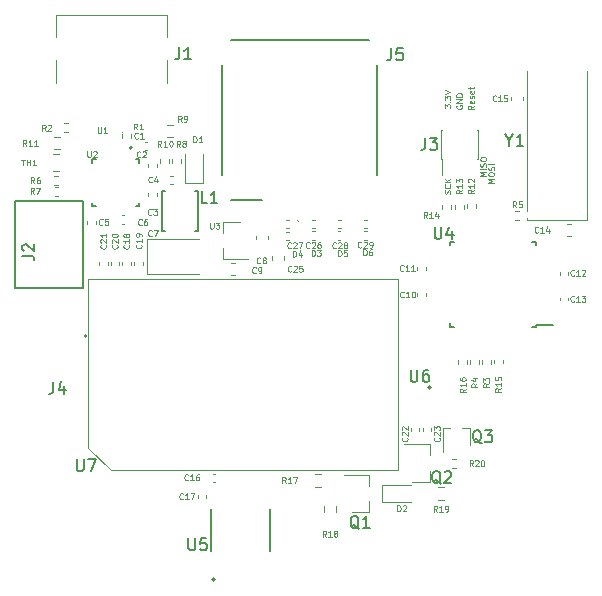
<source format=gto>
G04 #@! TF.GenerationSoftware,KiCad,Pcbnew,5.1.10-88a1d61d58~90~ubuntu20.04.1*
G04 #@! TF.CreationDate,2021-10-18T20:01:28+01:00*
G04 #@! TF.ProjectId,GPS Hardware,47505320-4861-4726-9477-6172652e6b69,rev?*
G04 #@! TF.SameCoordinates,Original*
G04 #@! TF.FileFunction,Legend,Top*
G04 #@! TF.FilePolarity,Positive*
%FSLAX46Y46*%
G04 Gerber Fmt 4.6, Leading zero omitted, Abs format (unit mm)*
G04 Created by KiCad (PCBNEW 5.1.10-88a1d61d58~90~ubuntu20.04.1) date 2021-10-18 20:01:28*
%MOMM*%
%LPD*%
G01*
G04 APERTURE LIST*
%ADD10C,0.125000*%
%ADD11C,0.200000*%
%ADD12C,0.127000*%
%ADD13C,0.120000*%
%ADD14C,0.150000*%
%ADD15C,0.100000*%
%ADD16C,0.010000*%
%ADD17R,0.800000X1.140000*%
%ADD18R,0.700000X2.100000*%
%ADD19C,0.750000*%
%ADD20C,1.200000*%
%ADD21C,1.508000*%
%ADD22R,1.508000X1.508000*%
%ADD23R,0.500000X2.000000*%
%ADD24R,0.550000X1.600000*%
%ADD25R,1.600000X0.550000*%
%ADD26R,0.410000X1.570000*%
%ADD27R,0.450000X0.700000*%
%ADD28R,0.900000X0.800000*%
%ADD29R,1.100000X1.100000*%
%ADD30R,1.500000X0.800000*%
%ADD31R,0.800000X1.500000*%
%ADD32R,0.600000X1.450000*%
%ADD33R,0.300000X1.450000*%
%ADD34O,1.000000X2.100000*%
%ADD35C,0.650000*%
%ADD36O,1.000000X1.600000*%
%ADD37R,2.000000X4.500000*%
%ADD38R,3.500000X1.500000*%
%ADD39R,0.200000X0.800000*%
%ADD40R,0.800000X0.200000*%
%ADD41R,0.860000X0.270000*%
%ADD42R,0.270000X0.860000*%
%ADD43R,2.450000X2.450000*%
%ADD44R,1.800000X1.100000*%
G04 APERTURE END LIST*
D10*
X140426190Y-73560714D02*
X139926190Y-73560714D01*
X140283333Y-73394047D01*
X139926190Y-73227380D01*
X140426190Y-73227380D01*
X139926190Y-72894047D02*
X139926190Y-72798809D01*
X139950000Y-72751190D01*
X139997619Y-72703571D01*
X140092857Y-72679761D01*
X140259523Y-72679761D01*
X140354761Y-72703571D01*
X140402380Y-72751190D01*
X140426190Y-72798809D01*
X140426190Y-72894047D01*
X140402380Y-72941666D01*
X140354761Y-72989285D01*
X140259523Y-73013095D01*
X140092857Y-73013095D01*
X139997619Y-72989285D01*
X139950000Y-72941666D01*
X139926190Y-72894047D01*
X140402380Y-72489285D02*
X140426190Y-72417857D01*
X140426190Y-72298809D01*
X140402380Y-72251190D01*
X140378571Y-72227380D01*
X140330952Y-72203571D01*
X140283333Y-72203571D01*
X140235714Y-72227380D01*
X140211904Y-72251190D01*
X140188095Y-72298809D01*
X140164285Y-72394047D01*
X140140476Y-72441666D01*
X140116666Y-72465476D01*
X140069047Y-72489285D01*
X140021428Y-72489285D01*
X139973809Y-72465476D01*
X139950000Y-72441666D01*
X139926190Y-72394047D01*
X139926190Y-72275000D01*
X139950000Y-72203571D01*
X140426190Y-71989285D02*
X139926190Y-71989285D01*
X139746190Y-72990714D02*
X139246190Y-72990714D01*
X139603333Y-72824047D01*
X139246190Y-72657380D01*
X139746190Y-72657380D01*
X139746190Y-72419285D02*
X139246190Y-72419285D01*
X139722380Y-72205000D02*
X139746190Y-72133571D01*
X139746190Y-72014523D01*
X139722380Y-71966904D01*
X139698571Y-71943095D01*
X139650952Y-71919285D01*
X139603333Y-71919285D01*
X139555714Y-71943095D01*
X139531904Y-71966904D01*
X139508095Y-72014523D01*
X139484285Y-72109761D01*
X139460476Y-72157380D01*
X139436666Y-72181190D01*
X139389047Y-72205000D01*
X139341428Y-72205000D01*
X139293809Y-72181190D01*
X139270000Y-72157380D01*
X139246190Y-72109761D01*
X139246190Y-71990714D01*
X139270000Y-71919285D01*
X139246190Y-71609761D02*
X139246190Y-71514523D01*
X139270000Y-71466904D01*
X139317619Y-71419285D01*
X139412857Y-71395476D01*
X139579523Y-71395476D01*
X139674761Y-71419285D01*
X139722380Y-71466904D01*
X139746190Y-71514523D01*
X139746190Y-71609761D01*
X139722380Y-71657380D01*
X139674761Y-71705000D01*
X139579523Y-71728809D01*
X139412857Y-71728809D01*
X139317619Y-71705000D01*
X139270000Y-71657380D01*
X139246190Y-71609761D01*
X136702380Y-74492857D02*
X136726190Y-74421428D01*
X136726190Y-74302380D01*
X136702380Y-74254761D01*
X136678571Y-74230952D01*
X136630952Y-74207142D01*
X136583333Y-74207142D01*
X136535714Y-74230952D01*
X136511904Y-74254761D01*
X136488095Y-74302380D01*
X136464285Y-74397619D01*
X136440476Y-74445238D01*
X136416666Y-74469047D01*
X136369047Y-74492857D01*
X136321428Y-74492857D01*
X136273809Y-74469047D01*
X136250000Y-74445238D01*
X136226190Y-74397619D01*
X136226190Y-74278571D01*
X136250000Y-74207142D01*
X136678571Y-73707142D02*
X136702380Y-73730952D01*
X136726190Y-73802380D01*
X136726190Y-73850000D01*
X136702380Y-73921428D01*
X136654761Y-73969047D01*
X136607142Y-73992857D01*
X136511904Y-74016666D01*
X136440476Y-74016666D01*
X136345238Y-73992857D01*
X136297619Y-73969047D01*
X136250000Y-73921428D01*
X136226190Y-73850000D01*
X136226190Y-73802380D01*
X136250000Y-73730952D01*
X136273809Y-73707142D01*
X136726190Y-73492857D02*
X136226190Y-73492857D01*
X136726190Y-73207142D02*
X136440476Y-73421428D01*
X136226190Y-73207142D02*
X136511904Y-73492857D01*
X138701190Y-67044047D02*
X138463095Y-67210714D01*
X138701190Y-67329761D02*
X138201190Y-67329761D01*
X138201190Y-67139285D01*
X138225000Y-67091666D01*
X138248809Y-67067857D01*
X138296428Y-67044047D01*
X138367857Y-67044047D01*
X138415476Y-67067857D01*
X138439285Y-67091666D01*
X138463095Y-67139285D01*
X138463095Y-67329761D01*
X138677380Y-66639285D02*
X138701190Y-66686904D01*
X138701190Y-66782142D01*
X138677380Y-66829761D01*
X138629761Y-66853571D01*
X138439285Y-66853571D01*
X138391666Y-66829761D01*
X138367857Y-66782142D01*
X138367857Y-66686904D01*
X138391666Y-66639285D01*
X138439285Y-66615476D01*
X138486904Y-66615476D01*
X138534523Y-66853571D01*
X138677380Y-66425000D02*
X138701190Y-66377380D01*
X138701190Y-66282142D01*
X138677380Y-66234523D01*
X138629761Y-66210714D01*
X138605952Y-66210714D01*
X138558333Y-66234523D01*
X138534523Y-66282142D01*
X138534523Y-66353571D01*
X138510714Y-66401190D01*
X138463095Y-66425000D01*
X138439285Y-66425000D01*
X138391666Y-66401190D01*
X138367857Y-66353571D01*
X138367857Y-66282142D01*
X138391666Y-66234523D01*
X138677380Y-65805952D02*
X138701190Y-65853571D01*
X138701190Y-65948809D01*
X138677380Y-65996428D01*
X138629761Y-66020238D01*
X138439285Y-66020238D01*
X138391666Y-65996428D01*
X138367857Y-65948809D01*
X138367857Y-65853571D01*
X138391666Y-65805952D01*
X138439285Y-65782142D01*
X138486904Y-65782142D01*
X138534523Y-66020238D01*
X138367857Y-65639285D02*
X138367857Y-65448809D01*
X138201190Y-65567857D02*
X138629761Y-65567857D01*
X138677380Y-65544047D01*
X138701190Y-65496428D01*
X138701190Y-65448809D01*
X137250000Y-67030952D02*
X137226190Y-67078571D01*
X137226190Y-67150000D01*
X137250000Y-67221428D01*
X137297619Y-67269047D01*
X137345238Y-67292857D01*
X137440476Y-67316666D01*
X137511904Y-67316666D01*
X137607142Y-67292857D01*
X137654761Y-67269047D01*
X137702380Y-67221428D01*
X137726190Y-67150000D01*
X137726190Y-67102380D01*
X137702380Y-67030952D01*
X137678571Y-67007142D01*
X137511904Y-67007142D01*
X137511904Y-67102380D01*
X137726190Y-66792857D02*
X137226190Y-66792857D01*
X137726190Y-66507142D01*
X137226190Y-66507142D01*
X137726190Y-66269047D02*
X137226190Y-66269047D01*
X137226190Y-66150000D01*
X137250000Y-66078571D01*
X137297619Y-66030952D01*
X137345238Y-66007142D01*
X137440476Y-65983333D01*
X137511904Y-65983333D01*
X137607142Y-66007142D01*
X137654761Y-66030952D01*
X137702380Y-66078571D01*
X137726190Y-66150000D01*
X137726190Y-66269047D01*
X136226190Y-67238095D02*
X136226190Y-66928571D01*
X136416666Y-67095238D01*
X136416666Y-67023809D01*
X136440476Y-66976190D01*
X136464285Y-66952380D01*
X136511904Y-66928571D01*
X136630952Y-66928571D01*
X136678571Y-66952380D01*
X136702380Y-66976190D01*
X136726190Y-67023809D01*
X136726190Y-67166666D01*
X136702380Y-67214285D01*
X136678571Y-67238095D01*
X136678571Y-66714285D02*
X136702380Y-66690476D01*
X136726190Y-66714285D01*
X136702380Y-66738095D01*
X136678571Y-66714285D01*
X136726190Y-66714285D01*
X136226190Y-66523809D02*
X136226190Y-66214285D01*
X136416666Y-66380952D01*
X136416666Y-66309523D01*
X136440476Y-66261904D01*
X136464285Y-66238095D01*
X136511904Y-66214285D01*
X136630952Y-66214285D01*
X136678571Y-66238095D01*
X136702380Y-66261904D01*
X136726190Y-66309523D01*
X136726190Y-66452380D01*
X136702380Y-66500000D01*
X136678571Y-66523809D01*
X136226190Y-66071428D02*
X136726190Y-65904761D01*
X136226190Y-65738095D01*
D11*
X120780000Y-75005000D02*
X118140000Y-75005000D01*
X130515000Y-72885000D02*
X130515000Y-63625000D01*
X117425000Y-72885000D02*
X117425000Y-63625000D01*
X129800000Y-61505000D02*
X118140000Y-61505000D01*
X123820000Y-76855000D02*
G75*
G03*
X123820000Y-76855000I-100000J0D01*
G01*
D12*
X105615000Y-82480000D02*
X99865000Y-82480000D01*
X99865000Y-82480000D02*
X99865000Y-75080000D01*
X99865000Y-75080000D02*
X105615000Y-75080000D01*
X105615000Y-75080000D02*
X105615000Y-82480000D01*
D11*
X106340000Y-77530000D02*
G75*
G03*
X106340000Y-77530000I-100000J0D01*
G01*
D13*
X139000000Y-69100000D02*
X139050000Y-69100000D01*
X139000000Y-71520000D02*
X139050000Y-71520000D01*
X135930000Y-69100000D02*
X135980000Y-69100000D01*
X135930000Y-71520000D02*
X135980000Y-71520000D01*
X135980000Y-72900000D02*
X135980000Y-71520000D01*
X139050000Y-71520000D02*
X139050000Y-69100000D01*
X135930000Y-71520000D02*
X135930000Y-69100000D01*
D14*
X143945000Y-85570000D02*
X145370000Y-85570000D01*
X136695000Y-85795000D02*
X137020000Y-85795000D01*
X136695000Y-78545000D02*
X137020000Y-78545000D01*
X143945000Y-78545000D02*
X143620000Y-78545000D01*
X143945000Y-85795000D02*
X143620000Y-85795000D01*
X143945000Y-78545000D02*
X143945000Y-78870000D01*
X136695000Y-78545000D02*
X136695000Y-78870000D01*
X136695000Y-85795000D02*
X136695000Y-85470000D01*
X143945000Y-85795000D02*
X143945000Y-85570000D01*
D12*
X121430000Y-101195000D02*
X121430000Y-104725000D01*
X116430000Y-104725000D02*
X116430000Y-101195000D01*
D11*
X116755000Y-107150000D02*
G75*
G03*
X116755000Y-107150000I-100000J0D01*
G01*
D13*
X121650000Y-80088767D02*
X121650000Y-79796233D01*
X122670000Y-80088767D02*
X122670000Y-79796233D01*
X123028335Y-76695000D02*
X122796665Y-76695000D01*
X123028335Y-77415000D02*
X122796665Y-77415000D01*
X134365000Y-94334165D02*
X134365000Y-94565835D01*
X135085000Y-94334165D02*
X135085000Y-94565835D01*
X133365000Y-94309165D02*
X133365000Y-94540835D01*
X134085000Y-94309165D02*
X134085000Y-94540835D01*
X133915000Y-82934165D02*
X133915000Y-83165835D01*
X134635000Y-82934165D02*
X134635000Y-83165835D01*
X137215121Y-96920000D02*
X136879879Y-96920000D01*
X137215121Y-97680000D02*
X136879879Y-97680000D01*
X103667224Y-69652500D02*
X103157776Y-69652500D01*
X103667224Y-70697500D02*
X103157776Y-70697500D01*
X138385000Y-95780000D02*
X138385000Y-94370000D01*
X136065000Y-94370000D02*
X136065000Y-96400000D01*
X136065000Y-94370000D02*
X136725000Y-94370000D01*
X137725000Y-94370000D02*
X138385000Y-94370000D01*
X134960000Y-98880000D02*
X133500000Y-98880000D01*
X134960000Y-95720000D02*
X132800000Y-95720000D01*
X134960000Y-95720000D02*
X134960000Y-96650000D01*
X134960000Y-98880000D02*
X134960000Y-97950000D01*
X109940000Y-80528335D02*
X109940000Y-80296665D01*
X110660000Y-80528335D02*
X110660000Y-80296665D01*
X106710000Y-76834165D02*
X106710000Y-77065835D01*
X105990000Y-76834165D02*
X105990000Y-77065835D01*
X108886665Y-76320000D02*
X109118335Y-76320000D01*
X108886665Y-77040000D02*
X109118335Y-77040000D01*
X136770000Y-75424879D02*
X136770000Y-75760121D01*
X136010000Y-75424879D02*
X136010000Y-75760121D01*
X137860000Y-75424879D02*
X137860000Y-75760121D01*
X137100000Y-75424879D02*
X137100000Y-75760121D01*
X138900000Y-75404879D02*
X138900000Y-75740121D01*
X138140000Y-75404879D02*
X138140000Y-75740121D01*
X137380000Y-88870121D02*
X137380000Y-88534879D01*
X138140000Y-88870121D02*
X138140000Y-88534879D01*
X140430000Y-88865121D02*
X140430000Y-88529879D01*
X141190000Y-88865121D02*
X141190000Y-88529879D01*
X142557621Y-76680000D02*
X142222379Y-76680000D01*
X142557621Y-75920000D02*
X142222379Y-75920000D01*
X138400000Y-88885121D02*
X138400000Y-88549879D01*
X139160000Y-88885121D02*
X139160000Y-88549879D01*
X140170000Y-88542379D02*
X140170000Y-88877621D01*
X139410000Y-88542379D02*
X139410000Y-88877621D01*
X115330000Y-100031665D02*
X115330000Y-100263335D01*
X116050000Y-100031665D02*
X116050000Y-100263335D01*
X116825835Y-98190000D02*
X116594165Y-98190000D01*
X116825835Y-98910000D02*
X116594165Y-98910000D01*
X106070000Y-96000000D02*
X107980000Y-97910000D01*
X106070000Y-81690000D02*
X106070000Y-96000000D01*
X132290000Y-81690000D02*
X132290000Y-97910000D01*
X107980000Y-97910000D02*
X132290000Y-97910000D01*
X106070000Y-81690000D02*
X132290000Y-81690000D01*
X112746000Y-59335000D02*
X103346000Y-59335000D01*
X103346000Y-65135000D02*
X103346000Y-63135000D01*
X103346000Y-61235000D02*
X103346000Y-59335000D01*
X112746000Y-65135000D02*
X112746000Y-63135000D01*
X112746000Y-61235000D02*
X112746000Y-59335000D01*
X115755000Y-73570000D02*
X115755000Y-71110000D01*
X114285000Y-73570000D02*
X115755000Y-73570000D01*
X114285000Y-71110000D02*
X114285000Y-73570000D01*
D15*
X109010000Y-69300000D02*
G75*
G03*
X109010000Y-69300000I-50000J0D01*
G01*
D13*
X112910000Y-71870121D02*
X112910000Y-71534879D01*
X112150000Y-71870121D02*
X112150000Y-71534879D01*
X104034879Y-69305000D02*
X104370121Y-69305000D01*
X104034879Y-68545000D02*
X104370121Y-68545000D01*
X109690000Y-69797621D02*
X109690000Y-69462379D01*
X108930000Y-69797621D02*
X108930000Y-69462379D01*
X146710000Y-83301665D02*
X146710000Y-83533335D01*
X145990000Y-83301665D02*
X145990000Y-83533335D01*
X146710000Y-81101665D02*
X146710000Y-81333335D01*
X145990000Y-81101665D02*
X145990000Y-81333335D01*
X134630000Y-80681665D02*
X134630000Y-80913335D01*
X133910000Y-80681665D02*
X133910000Y-80913335D01*
X123033335Y-77705000D02*
X122801665Y-77705000D01*
X123033335Y-78425000D02*
X122801665Y-78425000D01*
X127184165Y-78395000D02*
X127415835Y-78395000D01*
X127184165Y-77675000D02*
X127415835Y-77675000D01*
X129633335Y-77675000D02*
X129401665Y-77675000D01*
X129633335Y-78395000D02*
X129401665Y-78395000D01*
X125001665Y-78395000D02*
X125233335Y-78395000D01*
X125001665Y-77675000D02*
X125233335Y-77675000D01*
X127438335Y-76685000D02*
X127206665Y-76685000D01*
X127438335Y-77405000D02*
X127206665Y-77405000D01*
X129396665Y-77405000D02*
X129628335Y-77405000D01*
X129396665Y-76685000D02*
X129628335Y-76685000D01*
X125233335Y-76700000D02*
X125001665Y-76700000D01*
X125233335Y-77420000D02*
X125001665Y-77420000D01*
X103204879Y-74715000D02*
X103540121Y-74715000D01*
X103204879Y-73955000D02*
X103540121Y-73955000D01*
X103535121Y-72965000D02*
X103199879Y-72965000D01*
X103535121Y-73725000D02*
X103199879Y-73725000D01*
X113011665Y-73680000D02*
X113243335Y-73680000D01*
X113011665Y-72960000D02*
X113243335Y-72960000D01*
X111160000Y-74441665D02*
X111160000Y-74673335D01*
X111880000Y-74441665D02*
X111880000Y-74673335D01*
X111880000Y-72198335D02*
X111880000Y-71966665D01*
X111160000Y-72198335D02*
X111160000Y-71966665D01*
X110834165Y-70795000D02*
X111065835Y-70795000D01*
X110834165Y-70075000D02*
X111065835Y-70075000D01*
X113920000Y-71875121D02*
X113920000Y-71539879D01*
X113160000Y-71875121D02*
X113160000Y-71539879D01*
X148290000Y-76680000D02*
X148290000Y-64080000D01*
X143190000Y-76680000D02*
X148290000Y-76680000D01*
X143190000Y-64080000D02*
X143190000Y-76680000D01*
D11*
X105920000Y-86520000D02*
G75*
G03*
X105920000Y-86520000I-100000J0D01*
G01*
X135050000Y-90900000D02*
G75*
G03*
X135050000Y-90900000I-100000J0D01*
G01*
D13*
X117430000Y-76885000D02*
X118890000Y-76885000D01*
X117430000Y-80045000D02*
X119590000Y-80045000D01*
X117430000Y-80045000D02*
X117430000Y-79115000D01*
X117430000Y-76885000D02*
X117430000Y-77815000D01*
D12*
X110389000Y-71570000D02*
X110094000Y-71570000D01*
X106389000Y-71570000D02*
X106684000Y-71570000D01*
X110389000Y-75570000D02*
X110094000Y-75570000D01*
X106389000Y-75570000D02*
X106684000Y-75570000D01*
X110389000Y-71570000D02*
X110389000Y-71865000D01*
X106389000Y-71570000D02*
X106389000Y-71865000D01*
X110389000Y-75570000D02*
X110389000Y-75275000D01*
X106389000Y-75570000D02*
X106389000Y-75275000D01*
D11*
X109739000Y-70595000D02*
G75*
G03*
X109739000Y-70595000I-100000J0D01*
G01*
D13*
X103557064Y-71140000D02*
X103102936Y-71140000D01*
X103557064Y-72610000D02*
X103102936Y-72610000D01*
X136187224Y-99347500D02*
X135677776Y-99347500D01*
X136187224Y-100392500D02*
X135677776Y-100392500D01*
X125997500Y-100952776D02*
X125997500Y-101462224D01*
X127042500Y-100952776D02*
X127042500Y-101462224D01*
X125247776Y-99292500D02*
X125757224Y-99292500D01*
X125247776Y-98247500D02*
X125757224Y-98247500D01*
X112707776Y-69717500D02*
X113217224Y-69717500D01*
X112707776Y-68672500D02*
X113217224Y-68672500D01*
X129850000Y-101440000D02*
X128390000Y-101440000D01*
X129850000Y-98280000D02*
X127690000Y-98280000D01*
X129850000Y-98280000D02*
X129850000Y-99210000D01*
X129850000Y-101440000D02*
X129850000Y-100510000D01*
D12*
X112290000Y-77650000D02*
X112590000Y-77650000D01*
X112290000Y-74250000D02*
X112290000Y-77650000D01*
X112590000Y-74250000D02*
X112290000Y-74250000D01*
X115390000Y-77650000D02*
X115090000Y-77650000D01*
X115390000Y-74250000D02*
X115390000Y-77650000D01*
X115090000Y-74250000D02*
X115390000Y-74250000D01*
D13*
X130945000Y-100595000D02*
X133405000Y-100595000D01*
X130945000Y-99125000D02*
X130945000Y-100595000D01*
X133405000Y-99125000D02*
X130945000Y-99125000D01*
X107700000Y-80538335D02*
X107700000Y-80306665D01*
X106980000Y-80538335D02*
X106980000Y-80306665D01*
X108690000Y-80528335D02*
X108690000Y-80296665D01*
X107970000Y-80528335D02*
X107970000Y-80296665D01*
X109670000Y-80528335D02*
X109670000Y-80296665D01*
X108950000Y-80528335D02*
X108950000Y-80296665D01*
X142860000Y-66586267D02*
X142860000Y-66293733D01*
X141840000Y-66586267D02*
X141840000Y-66293733D01*
X146906267Y-77040000D02*
X146613733Y-77040000D01*
X146906267Y-78060000D02*
X146613733Y-78060000D01*
X118476267Y-80385000D02*
X118183733Y-80385000D01*
X118476267Y-81405000D02*
X118183733Y-81405000D01*
X120220000Y-78068733D02*
X120220000Y-78361267D01*
X121240000Y-78068733D02*
X121240000Y-78361267D01*
X111010000Y-81315000D02*
X115395000Y-81315000D01*
X111010000Y-78295000D02*
X111010000Y-81315000D01*
X115395000Y-78295000D02*
X111010000Y-78295000D01*
D14*
X131726666Y-62177380D02*
X131726666Y-62891666D01*
X131679047Y-63034523D01*
X131583809Y-63129761D01*
X131440952Y-63177380D01*
X131345714Y-63177380D01*
X132679047Y-62177380D02*
X132202857Y-62177380D01*
X132155238Y-62653571D01*
X132202857Y-62605952D01*
X132298095Y-62558333D01*
X132536190Y-62558333D01*
X132631428Y-62605952D01*
X132679047Y-62653571D01*
X132726666Y-62748809D01*
X132726666Y-62986904D01*
X132679047Y-63082142D01*
X132631428Y-63129761D01*
X132536190Y-63177380D01*
X132298095Y-63177380D01*
X132202857Y-63129761D01*
X132155238Y-63082142D01*
X100482380Y-79758333D02*
X101196666Y-79758333D01*
X101339523Y-79805952D01*
X101434761Y-79901190D01*
X101482380Y-80044047D01*
X101482380Y-80139285D01*
X100577619Y-79329761D02*
X100530000Y-79282142D01*
X100482380Y-79186904D01*
X100482380Y-78948809D01*
X100530000Y-78853571D01*
X100577619Y-78805952D01*
X100672857Y-78758333D01*
X100768095Y-78758333D01*
X100910952Y-78805952D01*
X101482380Y-79377380D01*
X101482380Y-78758333D01*
X134596666Y-69762380D02*
X134596666Y-70476666D01*
X134549047Y-70619523D01*
X134453809Y-70714761D01*
X134310952Y-70762380D01*
X134215714Y-70762380D01*
X134977619Y-69762380D02*
X135596666Y-69762380D01*
X135263333Y-70143333D01*
X135406190Y-70143333D01*
X135501428Y-70190952D01*
X135549047Y-70238571D01*
X135596666Y-70333809D01*
X135596666Y-70571904D01*
X135549047Y-70667142D01*
X135501428Y-70714761D01*
X135406190Y-70762380D01*
X135120476Y-70762380D01*
X135025238Y-70714761D01*
X134977619Y-70667142D01*
X135388095Y-77327380D02*
X135388095Y-78136904D01*
X135435714Y-78232142D01*
X135483333Y-78279761D01*
X135578571Y-78327380D01*
X135769047Y-78327380D01*
X135864285Y-78279761D01*
X135911904Y-78232142D01*
X135959523Y-78136904D01*
X135959523Y-77327380D01*
X136864285Y-77660714D02*
X136864285Y-78327380D01*
X136626190Y-77279761D02*
X136388095Y-77994047D01*
X137007142Y-77994047D01*
X114538095Y-103677380D02*
X114538095Y-104486904D01*
X114585714Y-104582142D01*
X114633333Y-104629761D01*
X114728571Y-104677380D01*
X114919047Y-104677380D01*
X115014285Y-104629761D01*
X115061904Y-104582142D01*
X115109523Y-104486904D01*
X115109523Y-103677380D01*
X116061904Y-103677380D02*
X115585714Y-103677380D01*
X115538095Y-104153571D01*
X115585714Y-104105952D01*
X115680952Y-104058333D01*
X115919047Y-104058333D01*
X116014285Y-104105952D01*
X116061904Y-104153571D01*
X116109523Y-104248809D01*
X116109523Y-104486904D01*
X116061904Y-104582142D01*
X116014285Y-104629761D01*
X115919047Y-104677380D01*
X115680952Y-104677380D01*
X115585714Y-104629761D01*
X115538095Y-104582142D01*
D10*
X123248571Y-81043571D02*
X123224761Y-81067380D01*
X123153333Y-81091190D01*
X123105714Y-81091190D01*
X123034285Y-81067380D01*
X122986666Y-81019761D01*
X122962857Y-80972142D01*
X122939047Y-80876904D01*
X122939047Y-80805476D01*
X122962857Y-80710238D01*
X122986666Y-80662619D01*
X123034285Y-80615000D01*
X123105714Y-80591190D01*
X123153333Y-80591190D01*
X123224761Y-80615000D01*
X123248571Y-80638809D01*
X123439047Y-80638809D02*
X123462857Y-80615000D01*
X123510476Y-80591190D01*
X123629523Y-80591190D01*
X123677142Y-80615000D01*
X123700952Y-80638809D01*
X123724761Y-80686428D01*
X123724761Y-80734047D01*
X123700952Y-80805476D01*
X123415238Y-81091190D01*
X123724761Y-81091190D01*
X124177142Y-80591190D02*
X123939047Y-80591190D01*
X123915238Y-80829285D01*
X123939047Y-80805476D01*
X123986666Y-80781666D01*
X124105714Y-80781666D01*
X124153333Y-80805476D01*
X124177142Y-80829285D01*
X124200952Y-80876904D01*
X124200952Y-80995952D01*
X124177142Y-81043571D01*
X124153333Y-81067380D01*
X124105714Y-81091190D01*
X123986666Y-81091190D01*
X123939047Y-81067380D01*
X123915238Y-81043571D01*
X123218571Y-79063571D02*
X123194761Y-79087380D01*
X123123333Y-79111190D01*
X123075714Y-79111190D01*
X123004285Y-79087380D01*
X122956666Y-79039761D01*
X122932857Y-78992142D01*
X122909047Y-78896904D01*
X122909047Y-78825476D01*
X122932857Y-78730238D01*
X122956666Y-78682619D01*
X123004285Y-78635000D01*
X123075714Y-78611190D01*
X123123333Y-78611190D01*
X123194761Y-78635000D01*
X123218571Y-78658809D01*
X123409047Y-78658809D02*
X123432857Y-78635000D01*
X123480476Y-78611190D01*
X123599523Y-78611190D01*
X123647142Y-78635000D01*
X123670952Y-78658809D01*
X123694761Y-78706428D01*
X123694761Y-78754047D01*
X123670952Y-78825476D01*
X123385238Y-79111190D01*
X123694761Y-79111190D01*
X123861428Y-78611190D02*
X124194761Y-78611190D01*
X123980476Y-79111190D01*
X135778571Y-95146428D02*
X135802380Y-95170238D01*
X135826190Y-95241666D01*
X135826190Y-95289285D01*
X135802380Y-95360714D01*
X135754761Y-95408333D01*
X135707142Y-95432142D01*
X135611904Y-95455952D01*
X135540476Y-95455952D01*
X135445238Y-95432142D01*
X135397619Y-95408333D01*
X135350000Y-95360714D01*
X135326190Y-95289285D01*
X135326190Y-95241666D01*
X135350000Y-95170238D01*
X135373809Y-95146428D01*
X135373809Y-94955952D02*
X135350000Y-94932142D01*
X135326190Y-94884523D01*
X135326190Y-94765476D01*
X135350000Y-94717857D01*
X135373809Y-94694047D01*
X135421428Y-94670238D01*
X135469047Y-94670238D01*
X135540476Y-94694047D01*
X135826190Y-94979761D01*
X135826190Y-94670238D01*
X135326190Y-94503571D02*
X135326190Y-94194047D01*
X135516666Y-94360714D01*
X135516666Y-94289285D01*
X135540476Y-94241666D01*
X135564285Y-94217857D01*
X135611904Y-94194047D01*
X135730952Y-94194047D01*
X135778571Y-94217857D01*
X135802380Y-94241666D01*
X135826190Y-94289285D01*
X135826190Y-94432142D01*
X135802380Y-94479761D01*
X135778571Y-94503571D01*
X133053571Y-95146428D02*
X133077380Y-95170238D01*
X133101190Y-95241666D01*
X133101190Y-95289285D01*
X133077380Y-95360714D01*
X133029761Y-95408333D01*
X132982142Y-95432142D01*
X132886904Y-95455952D01*
X132815476Y-95455952D01*
X132720238Y-95432142D01*
X132672619Y-95408333D01*
X132625000Y-95360714D01*
X132601190Y-95289285D01*
X132601190Y-95241666D01*
X132625000Y-95170238D01*
X132648809Y-95146428D01*
X132648809Y-94955952D02*
X132625000Y-94932142D01*
X132601190Y-94884523D01*
X132601190Y-94765476D01*
X132625000Y-94717857D01*
X132648809Y-94694047D01*
X132696428Y-94670238D01*
X132744047Y-94670238D01*
X132815476Y-94694047D01*
X133101190Y-94979761D01*
X133101190Y-94670238D01*
X132648809Y-94479761D02*
X132625000Y-94455952D01*
X132601190Y-94408333D01*
X132601190Y-94289285D01*
X132625000Y-94241666D01*
X132648809Y-94217857D01*
X132696428Y-94194047D01*
X132744047Y-94194047D01*
X132815476Y-94217857D01*
X133101190Y-94503571D01*
X133101190Y-94194047D01*
X132778571Y-83228571D02*
X132754761Y-83252380D01*
X132683333Y-83276190D01*
X132635714Y-83276190D01*
X132564285Y-83252380D01*
X132516666Y-83204761D01*
X132492857Y-83157142D01*
X132469047Y-83061904D01*
X132469047Y-82990476D01*
X132492857Y-82895238D01*
X132516666Y-82847619D01*
X132564285Y-82800000D01*
X132635714Y-82776190D01*
X132683333Y-82776190D01*
X132754761Y-82800000D01*
X132778571Y-82823809D01*
X133254761Y-83276190D02*
X132969047Y-83276190D01*
X133111904Y-83276190D02*
X133111904Y-82776190D01*
X133064285Y-82847619D01*
X133016666Y-82895238D01*
X132969047Y-82919047D01*
X133564285Y-82776190D02*
X133611904Y-82776190D01*
X133659523Y-82800000D01*
X133683333Y-82823809D01*
X133707142Y-82871428D01*
X133730952Y-82966666D01*
X133730952Y-83085714D01*
X133707142Y-83180952D01*
X133683333Y-83228571D01*
X133659523Y-83252380D01*
X133611904Y-83276190D01*
X133564285Y-83276190D01*
X133516666Y-83252380D01*
X133492857Y-83228571D01*
X133469047Y-83180952D01*
X133445238Y-83085714D01*
X133445238Y-82966666D01*
X133469047Y-82871428D01*
X133492857Y-82823809D01*
X133516666Y-82800000D01*
X133564285Y-82776190D01*
X138628571Y-97551190D02*
X138461904Y-97313095D01*
X138342857Y-97551190D02*
X138342857Y-97051190D01*
X138533333Y-97051190D01*
X138580952Y-97075000D01*
X138604761Y-97098809D01*
X138628571Y-97146428D01*
X138628571Y-97217857D01*
X138604761Y-97265476D01*
X138580952Y-97289285D01*
X138533333Y-97313095D01*
X138342857Y-97313095D01*
X138819047Y-97098809D02*
X138842857Y-97075000D01*
X138890476Y-97051190D01*
X139009523Y-97051190D01*
X139057142Y-97075000D01*
X139080952Y-97098809D01*
X139104761Y-97146428D01*
X139104761Y-97194047D01*
X139080952Y-97265476D01*
X138795238Y-97551190D01*
X139104761Y-97551190D01*
X139414285Y-97051190D02*
X139461904Y-97051190D01*
X139509523Y-97075000D01*
X139533333Y-97098809D01*
X139557142Y-97146428D01*
X139580952Y-97241666D01*
X139580952Y-97360714D01*
X139557142Y-97455952D01*
X139533333Y-97503571D01*
X139509523Y-97527380D01*
X139461904Y-97551190D01*
X139414285Y-97551190D01*
X139366666Y-97527380D01*
X139342857Y-97503571D01*
X139319047Y-97455952D01*
X139295238Y-97360714D01*
X139295238Y-97241666D01*
X139319047Y-97146428D01*
X139342857Y-97098809D01*
X139366666Y-97075000D01*
X139414285Y-97051190D01*
X100828571Y-70451190D02*
X100661904Y-70213095D01*
X100542857Y-70451190D02*
X100542857Y-69951190D01*
X100733333Y-69951190D01*
X100780952Y-69975000D01*
X100804761Y-69998809D01*
X100828571Y-70046428D01*
X100828571Y-70117857D01*
X100804761Y-70165476D01*
X100780952Y-70189285D01*
X100733333Y-70213095D01*
X100542857Y-70213095D01*
X101304761Y-70451190D02*
X101019047Y-70451190D01*
X101161904Y-70451190D02*
X101161904Y-69951190D01*
X101114285Y-70022619D01*
X101066666Y-70070238D01*
X101019047Y-70094047D01*
X101780952Y-70451190D02*
X101495238Y-70451190D01*
X101638095Y-70451190D02*
X101638095Y-69951190D01*
X101590476Y-70022619D01*
X101542857Y-70070238D01*
X101495238Y-70094047D01*
D14*
X139354761Y-95622619D02*
X139259523Y-95575000D01*
X139164285Y-95479761D01*
X139021428Y-95336904D01*
X138926190Y-95289285D01*
X138830952Y-95289285D01*
X138878571Y-95527380D02*
X138783333Y-95479761D01*
X138688095Y-95384523D01*
X138640476Y-95194047D01*
X138640476Y-94860714D01*
X138688095Y-94670238D01*
X138783333Y-94575000D01*
X138878571Y-94527380D01*
X139069047Y-94527380D01*
X139164285Y-94575000D01*
X139259523Y-94670238D01*
X139307142Y-94860714D01*
X139307142Y-95194047D01*
X139259523Y-95384523D01*
X139164285Y-95479761D01*
X139069047Y-95527380D01*
X138878571Y-95527380D01*
X139640476Y-94527380D02*
X140259523Y-94527380D01*
X139926190Y-94908333D01*
X140069047Y-94908333D01*
X140164285Y-94955952D01*
X140211904Y-95003571D01*
X140259523Y-95098809D01*
X140259523Y-95336904D01*
X140211904Y-95432142D01*
X140164285Y-95479761D01*
X140069047Y-95527380D01*
X139783333Y-95527380D01*
X139688095Y-95479761D01*
X139640476Y-95432142D01*
X135904761Y-99072619D02*
X135809523Y-99025000D01*
X135714285Y-98929761D01*
X135571428Y-98786904D01*
X135476190Y-98739285D01*
X135380952Y-98739285D01*
X135428571Y-98977380D02*
X135333333Y-98929761D01*
X135238095Y-98834523D01*
X135190476Y-98644047D01*
X135190476Y-98310714D01*
X135238095Y-98120238D01*
X135333333Y-98025000D01*
X135428571Y-97977380D01*
X135619047Y-97977380D01*
X135714285Y-98025000D01*
X135809523Y-98120238D01*
X135857142Y-98310714D01*
X135857142Y-98644047D01*
X135809523Y-98834523D01*
X135714285Y-98929761D01*
X135619047Y-98977380D01*
X135428571Y-98977380D01*
X136238095Y-98072619D02*
X136285714Y-98025000D01*
X136380952Y-97977380D01*
X136619047Y-97977380D01*
X136714285Y-98025000D01*
X136761904Y-98072619D01*
X136809523Y-98167857D01*
X136809523Y-98263095D01*
X136761904Y-98405952D01*
X136190476Y-98977380D01*
X136809523Y-98977380D01*
D10*
X110528571Y-78796428D02*
X110552380Y-78820238D01*
X110576190Y-78891666D01*
X110576190Y-78939285D01*
X110552380Y-79010714D01*
X110504761Y-79058333D01*
X110457142Y-79082142D01*
X110361904Y-79105952D01*
X110290476Y-79105952D01*
X110195238Y-79082142D01*
X110147619Y-79058333D01*
X110100000Y-79010714D01*
X110076190Y-78939285D01*
X110076190Y-78891666D01*
X110100000Y-78820238D01*
X110123809Y-78796428D01*
X110576190Y-78320238D02*
X110576190Y-78605952D01*
X110576190Y-78463095D02*
X110076190Y-78463095D01*
X110147619Y-78510714D01*
X110195238Y-78558333D01*
X110219047Y-78605952D01*
X110576190Y-78082142D02*
X110576190Y-77986904D01*
X110552380Y-77939285D01*
X110528571Y-77915476D01*
X110457142Y-77867857D01*
X110361904Y-77844047D01*
X110171428Y-77844047D01*
X110123809Y-77867857D01*
X110100000Y-77891666D01*
X110076190Y-77939285D01*
X110076190Y-78034523D01*
X110100000Y-78082142D01*
X110123809Y-78105952D01*
X110171428Y-78129761D01*
X110290476Y-78129761D01*
X110338095Y-78105952D01*
X110361904Y-78082142D01*
X110385714Y-78034523D01*
X110385714Y-77939285D01*
X110361904Y-77891666D01*
X110338095Y-77867857D01*
X110290476Y-77844047D01*
X107266666Y-77078571D02*
X107242857Y-77102380D01*
X107171428Y-77126190D01*
X107123809Y-77126190D01*
X107052380Y-77102380D01*
X107004761Y-77054761D01*
X106980952Y-77007142D01*
X106957142Y-76911904D01*
X106957142Y-76840476D01*
X106980952Y-76745238D01*
X107004761Y-76697619D01*
X107052380Y-76650000D01*
X107123809Y-76626190D01*
X107171428Y-76626190D01*
X107242857Y-76650000D01*
X107266666Y-76673809D01*
X107719047Y-76626190D02*
X107480952Y-76626190D01*
X107457142Y-76864285D01*
X107480952Y-76840476D01*
X107528571Y-76816666D01*
X107647619Y-76816666D01*
X107695238Y-76840476D01*
X107719047Y-76864285D01*
X107742857Y-76911904D01*
X107742857Y-77030952D01*
X107719047Y-77078571D01*
X107695238Y-77102380D01*
X107647619Y-77126190D01*
X107528571Y-77126190D01*
X107480952Y-77102380D01*
X107457142Y-77078571D01*
X110591666Y-77103571D02*
X110567857Y-77127380D01*
X110496428Y-77151190D01*
X110448809Y-77151190D01*
X110377380Y-77127380D01*
X110329761Y-77079761D01*
X110305952Y-77032142D01*
X110282142Y-76936904D01*
X110282142Y-76865476D01*
X110305952Y-76770238D01*
X110329761Y-76722619D01*
X110377380Y-76675000D01*
X110448809Y-76651190D01*
X110496428Y-76651190D01*
X110567857Y-76675000D01*
X110591666Y-76698809D01*
X111020238Y-76651190D02*
X110925000Y-76651190D01*
X110877380Y-76675000D01*
X110853571Y-76698809D01*
X110805952Y-76770238D01*
X110782142Y-76865476D01*
X110782142Y-77055952D01*
X110805952Y-77103571D01*
X110829761Y-77127380D01*
X110877380Y-77151190D01*
X110972619Y-77151190D01*
X111020238Y-77127380D01*
X111044047Y-77103571D01*
X111067857Y-77055952D01*
X111067857Y-76936904D01*
X111044047Y-76889285D01*
X111020238Y-76865476D01*
X110972619Y-76841666D01*
X110877380Y-76841666D01*
X110829761Y-76865476D01*
X110805952Y-76889285D01*
X110782142Y-76936904D01*
X134753571Y-76551190D02*
X134586904Y-76313095D01*
X134467857Y-76551190D02*
X134467857Y-76051190D01*
X134658333Y-76051190D01*
X134705952Y-76075000D01*
X134729761Y-76098809D01*
X134753571Y-76146428D01*
X134753571Y-76217857D01*
X134729761Y-76265476D01*
X134705952Y-76289285D01*
X134658333Y-76313095D01*
X134467857Y-76313095D01*
X135229761Y-76551190D02*
X134944047Y-76551190D01*
X135086904Y-76551190D02*
X135086904Y-76051190D01*
X135039285Y-76122619D01*
X134991666Y-76170238D01*
X134944047Y-76194047D01*
X135658333Y-76217857D02*
X135658333Y-76551190D01*
X135539285Y-76027380D02*
X135420238Y-76384523D01*
X135729761Y-76384523D01*
X137726190Y-74171428D02*
X137488095Y-74338095D01*
X137726190Y-74457142D02*
X137226190Y-74457142D01*
X137226190Y-74266666D01*
X137250000Y-74219047D01*
X137273809Y-74195238D01*
X137321428Y-74171428D01*
X137392857Y-74171428D01*
X137440476Y-74195238D01*
X137464285Y-74219047D01*
X137488095Y-74266666D01*
X137488095Y-74457142D01*
X137726190Y-73695238D02*
X137726190Y-73980952D01*
X137726190Y-73838095D02*
X137226190Y-73838095D01*
X137297619Y-73885714D01*
X137345238Y-73933333D01*
X137369047Y-73980952D01*
X137226190Y-73528571D02*
X137226190Y-73219047D01*
X137416666Y-73385714D01*
X137416666Y-73314285D01*
X137440476Y-73266666D01*
X137464285Y-73242857D01*
X137511904Y-73219047D01*
X137630952Y-73219047D01*
X137678571Y-73242857D01*
X137702380Y-73266666D01*
X137726190Y-73314285D01*
X137726190Y-73457142D01*
X137702380Y-73504761D01*
X137678571Y-73528571D01*
X138726190Y-74171428D02*
X138488095Y-74338095D01*
X138726190Y-74457142D02*
X138226190Y-74457142D01*
X138226190Y-74266666D01*
X138250000Y-74219047D01*
X138273809Y-74195238D01*
X138321428Y-74171428D01*
X138392857Y-74171428D01*
X138440476Y-74195238D01*
X138464285Y-74219047D01*
X138488095Y-74266666D01*
X138488095Y-74457142D01*
X138726190Y-73695238D02*
X138726190Y-73980952D01*
X138726190Y-73838095D02*
X138226190Y-73838095D01*
X138297619Y-73885714D01*
X138345238Y-73933333D01*
X138369047Y-73980952D01*
X138273809Y-73504761D02*
X138250000Y-73480952D01*
X138226190Y-73433333D01*
X138226190Y-73314285D01*
X138250000Y-73266666D01*
X138273809Y-73242857D01*
X138321428Y-73219047D01*
X138369047Y-73219047D01*
X138440476Y-73242857D01*
X138726190Y-73528571D01*
X138726190Y-73219047D01*
X138001190Y-90996428D02*
X137763095Y-91163095D01*
X138001190Y-91282142D02*
X137501190Y-91282142D01*
X137501190Y-91091666D01*
X137525000Y-91044047D01*
X137548809Y-91020238D01*
X137596428Y-90996428D01*
X137667857Y-90996428D01*
X137715476Y-91020238D01*
X137739285Y-91044047D01*
X137763095Y-91091666D01*
X137763095Y-91282142D01*
X138001190Y-90520238D02*
X138001190Y-90805952D01*
X138001190Y-90663095D02*
X137501190Y-90663095D01*
X137572619Y-90710714D01*
X137620238Y-90758333D01*
X137644047Y-90805952D01*
X137501190Y-90091666D02*
X137501190Y-90186904D01*
X137525000Y-90234523D01*
X137548809Y-90258333D01*
X137620238Y-90305952D01*
X137715476Y-90329761D01*
X137905952Y-90329761D01*
X137953571Y-90305952D01*
X137977380Y-90282142D01*
X138001190Y-90234523D01*
X138001190Y-90139285D01*
X137977380Y-90091666D01*
X137953571Y-90067857D01*
X137905952Y-90044047D01*
X137786904Y-90044047D01*
X137739285Y-90067857D01*
X137715476Y-90091666D01*
X137691666Y-90139285D01*
X137691666Y-90234523D01*
X137715476Y-90282142D01*
X137739285Y-90305952D01*
X137786904Y-90329761D01*
X141026190Y-90971428D02*
X140788095Y-91138095D01*
X141026190Y-91257142D02*
X140526190Y-91257142D01*
X140526190Y-91066666D01*
X140550000Y-91019047D01*
X140573809Y-90995238D01*
X140621428Y-90971428D01*
X140692857Y-90971428D01*
X140740476Y-90995238D01*
X140764285Y-91019047D01*
X140788095Y-91066666D01*
X140788095Y-91257142D01*
X141026190Y-90495238D02*
X141026190Y-90780952D01*
X141026190Y-90638095D02*
X140526190Y-90638095D01*
X140597619Y-90685714D01*
X140645238Y-90733333D01*
X140669047Y-90780952D01*
X140526190Y-90042857D02*
X140526190Y-90280952D01*
X140764285Y-90304761D01*
X140740476Y-90280952D01*
X140716666Y-90233333D01*
X140716666Y-90114285D01*
X140740476Y-90066666D01*
X140764285Y-90042857D01*
X140811904Y-90019047D01*
X140930952Y-90019047D01*
X140978571Y-90042857D01*
X141002380Y-90066666D01*
X141026190Y-90114285D01*
X141026190Y-90233333D01*
X141002380Y-90280952D01*
X140978571Y-90304761D01*
X142306666Y-75651190D02*
X142140000Y-75413095D01*
X142020952Y-75651190D02*
X142020952Y-75151190D01*
X142211428Y-75151190D01*
X142259047Y-75175000D01*
X142282857Y-75198809D01*
X142306666Y-75246428D01*
X142306666Y-75317857D01*
X142282857Y-75365476D01*
X142259047Y-75389285D01*
X142211428Y-75413095D01*
X142020952Y-75413095D01*
X142759047Y-75151190D02*
X142520952Y-75151190D01*
X142497142Y-75389285D01*
X142520952Y-75365476D01*
X142568571Y-75341666D01*
X142687619Y-75341666D01*
X142735238Y-75365476D01*
X142759047Y-75389285D01*
X142782857Y-75436904D01*
X142782857Y-75555952D01*
X142759047Y-75603571D01*
X142735238Y-75627380D01*
X142687619Y-75651190D01*
X142568571Y-75651190D01*
X142520952Y-75627380D01*
X142497142Y-75603571D01*
X139001190Y-90558333D02*
X138763095Y-90725000D01*
X139001190Y-90844047D02*
X138501190Y-90844047D01*
X138501190Y-90653571D01*
X138525000Y-90605952D01*
X138548809Y-90582142D01*
X138596428Y-90558333D01*
X138667857Y-90558333D01*
X138715476Y-90582142D01*
X138739285Y-90605952D01*
X138763095Y-90653571D01*
X138763095Y-90844047D01*
X138667857Y-90129761D02*
X139001190Y-90129761D01*
X138477380Y-90248809D02*
X138834523Y-90367857D01*
X138834523Y-90058333D01*
X140001190Y-90558333D02*
X139763095Y-90725000D01*
X140001190Y-90844047D02*
X139501190Y-90844047D01*
X139501190Y-90653571D01*
X139525000Y-90605952D01*
X139548809Y-90582142D01*
X139596428Y-90558333D01*
X139667857Y-90558333D01*
X139715476Y-90582142D01*
X139739285Y-90605952D01*
X139763095Y-90653571D01*
X139763095Y-90844047D01*
X139501190Y-90391666D02*
X139501190Y-90082142D01*
X139691666Y-90248809D01*
X139691666Y-90177380D01*
X139715476Y-90129761D01*
X139739285Y-90105952D01*
X139786904Y-90082142D01*
X139905952Y-90082142D01*
X139953571Y-90105952D01*
X139977380Y-90129761D01*
X140001190Y-90177380D01*
X140001190Y-90320238D01*
X139977380Y-90367857D01*
X139953571Y-90391666D01*
X114078571Y-100326071D02*
X114054761Y-100349880D01*
X113983333Y-100373690D01*
X113935714Y-100373690D01*
X113864285Y-100349880D01*
X113816666Y-100302261D01*
X113792857Y-100254642D01*
X113769047Y-100159404D01*
X113769047Y-100087976D01*
X113792857Y-99992738D01*
X113816666Y-99945119D01*
X113864285Y-99897500D01*
X113935714Y-99873690D01*
X113983333Y-99873690D01*
X114054761Y-99897500D01*
X114078571Y-99921309D01*
X114554761Y-100373690D02*
X114269047Y-100373690D01*
X114411904Y-100373690D02*
X114411904Y-99873690D01*
X114364285Y-99945119D01*
X114316666Y-99992738D01*
X114269047Y-100016547D01*
X114721428Y-99873690D02*
X115054761Y-99873690D01*
X114840476Y-100373690D01*
X114503571Y-98703571D02*
X114479761Y-98727380D01*
X114408333Y-98751190D01*
X114360714Y-98751190D01*
X114289285Y-98727380D01*
X114241666Y-98679761D01*
X114217857Y-98632142D01*
X114194047Y-98536904D01*
X114194047Y-98465476D01*
X114217857Y-98370238D01*
X114241666Y-98322619D01*
X114289285Y-98275000D01*
X114360714Y-98251190D01*
X114408333Y-98251190D01*
X114479761Y-98275000D01*
X114503571Y-98298809D01*
X114979761Y-98751190D02*
X114694047Y-98751190D01*
X114836904Y-98751190D02*
X114836904Y-98251190D01*
X114789285Y-98322619D01*
X114741666Y-98370238D01*
X114694047Y-98394047D01*
X115408333Y-98251190D02*
X115313095Y-98251190D01*
X115265476Y-98275000D01*
X115241666Y-98298809D01*
X115194047Y-98370238D01*
X115170238Y-98465476D01*
X115170238Y-98655952D01*
X115194047Y-98703571D01*
X115217857Y-98727380D01*
X115265476Y-98751190D01*
X115360714Y-98751190D01*
X115408333Y-98727380D01*
X115432142Y-98703571D01*
X115455952Y-98655952D01*
X115455952Y-98536904D01*
X115432142Y-98489285D01*
X115408333Y-98465476D01*
X115360714Y-98441666D01*
X115265476Y-98441666D01*
X115217857Y-98465476D01*
X115194047Y-98489285D01*
X115170238Y-98536904D01*
D14*
X105088095Y-96977380D02*
X105088095Y-97786904D01*
X105135714Y-97882142D01*
X105183333Y-97929761D01*
X105278571Y-97977380D01*
X105469047Y-97977380D01*
X105564285Y-97929761D01*
X105611904Y-97882142D01*
X105659523Y-97786904D01*
X105659523Y-96977380D01*
X106040476Y-96977380D02*
X106707142Y-96977380D01*
X106278571Y-97977380D01*
X113766666Y-62102380D02*
X113766666Y-62816666D01*
X113719047Y-62959523D01*
X113623809Y-63054761D01*
X113480952Y-63102380D01*
X113385714Y-63102380D01*
X114766666Y-63102380D02*
X114195238Y-63102380D01*
X114480952Y-63102380D02*
X114480952Y-62102380D01*
X114385714Y-62245238D01*
X114290476Y-62340476D01*
X114195238Y-62388095D01*
D10*
X114960952Y-70141190D02*
X114960952Y-69641190D01*
X115080000Y-69641190D01*
X115151428Y-69665000D01*
X115199047Y-69712619D01*
X115222857Y-69760238D01*
X115246666Y-69855476D01*
X115246666Y-69926904D01*
X115222857Y-70022142D01*
X115199047Y-70069761D01*
X115151428Y-70117380D01*
X115080000Y-70141190D01*
X114960952Y-70141190D01*
X115722857Y-70141190D02*
X115437142Y-70141190D01*
X115580000Y-70141190D02*
X115580000Y-69641190D01*
X115532380Y-69712619D01*
X115484761Y-69760238D01*
X115437142Y-69784047D01*
X106869047Y-68851190D02*
X106869047Y-69255952D01*
X106892857Y-69303571D01*
X106916666Y-69327380D01*
X106964285Y-69351190D01*
X107059523Y-69351190D01*
X107107142Y-69327380D01*
X107130952Y-69303571D01*
X107154761Y-69255952D01*
X107154761Y-68851190D01*
X107654761Y-69351190D02*
X107369047Y-69351190D01*
X107511904Y-69351190D02*
X107511904Y-68851190D01*
X107464285Y-68922619D01*
X107416666Y-68970238D01*
X107369047Y-68994047D01*
X112253571Y-70501190D02*
X112086904Y-70263095D01*
X111967857Y-70501190D02*
X111967857Y-70001190D01*
X112158333Y-70001190D01*
X112205952Y-70025000D01*
X112229761Y-70048809D01*
X112253571Y-70096428D01*
X112253571Y-70167857D01*
X112229761Y-70215476D01*
X112205952Y-70239285D01*
X112158333Y-70263095D01*
X111967857Y-70263095D01*
X112729761Y-70501190D02*
X112444047Y-70501190D01*
X112586904Y-70501190D02*
X112586904Y-70001190D01*
X112539285Y-70072619D01*
X112491666Y-70120238D01*
X112444047Y-70144047D01*
X113039285Y-70001190D02*
X113086904Y-70001190D01*
X113134523Y-70025000D01*
X113158333Y-70048809D01*
X113182142Y-70096428D01*
X113205952Y-70191666D01*
X113205952Y-70310714D01*
X113182142Y-70405952D01*
X113158333Y-70453571D01*
X113134523Y-70477380D01*
X113086904Y-70501190D01*
X113039285Y-70501190D01*
X112991666Y-70477380D01*
X112967857Y-70453571D01*
X112944047Y-70405952D01*
X112920238Y-70310714D01*
X112920238Y-70191666D01*
X112944047Y-70096428D01*
X112967857Y-70048809D01*
X112991666Y-70025000D01*
X113039285Y-70001190D01*
X102441666Y-69151190D02*
X102275000Y-68913095D01*
X102155952Y-69151190D02*
X102155952Y-68651190D01*
X102346428Y-68651190D01*
X102394047Y-68675000D01*
X102417857Y-68698809D01*
X102441666Y-68746428D01*
X102441666Y-68817857D01*
X102417857Y-68865476D01*
X102394047Y-68889285D01*
X102346428Y-68913095D01*
X102155952Y-68913095D01*
X102632142Y-68698809D02*
X102655952Y-68675000D01*
X102703571Y-68651190D01*
X102822619Y-68651190D01*
X102870238Y-68675000D01*
X102894047Y-68698809D01*
X102917857Y-68746428D01*
X102917857Y-68794047D01*
X102894047Y-68865476D01*
X102608333Y-69151190D01*
X102917857Y-69151190D01*
X110216666Y-69051190D02*
X110050000Y-68813095D01*
X109930952Y-69051190D02*
X109930952Y-68551190D01*
X110121428Y-68551190D01*
X110169047Y-68575000D01*
X110192857Y-68598809D01*
X110216666Y-68646428D01*
X110216666Y-68717857D01*
X110192857Y-68765476D01*
X110169047Y-68789285D01*
X110121428Y-68813095D01*
X109930952Y-68813095D01*
X110692857Y-69051190D02*
X110407142Y-69051190D01*
X110550000Y-69051190D02*
X110550000Y-68551190D01*
X110502380Y-68622619D01*
X110454761Y-68670238D01*
X110407142Y-68694047D01*
X147188571Y-83596071D02*
X147164761Y-83619880D01*
X147093333Y-83643690D01*
X147045714Y-83643690D01*
X146974285Y-83619880D01*
X146926666Y-83572261D01*
X146902857Y-83524642D01*
X146879047Y-83429404D01*
X146879047Y-83357976D01*
X146902857Y-83262738D01*
X146926666Y-83215119D01*
X146974285Y-83167500D01*
X147045714Y-83143690D01*
X147093333Y-83143690D01*
X147164761Y-83167500D01*
X147188571Y-83191309D01*
X147664761Y-83643690D02*
X147379047Y-83643690D01*
X147521904Y-83643690D02*
X147521904Y-83143690D01*
X147474285Y-83215119D01*
X147426666Y-83262738D01*
X147379047Y-83286547D01*
X147831428Y-83143690D02*
X148140952Y-83143690D01*
X147974285Y-83334166D01*
X148045714Y-83334166D01*
X148093333Y-83357976D01*
X148117142Y-83381785D01*
X148140952Y-83429404D01*
X148140952Y-83548452D01*
X148117142Y-83596071D01*
X148093333Y-83619880D01*
X148045714Y-83643690D01*
X147902857Y-83643690D01*
X147855238Y-83619880D01*
X147831428Y-83596071D01*
X147188571Y-81396071D02*
X147164761Y-81419880D01*
X147093333Y-81443690D01*
X147045714Y-81443690D01*
X146974285Y-81419880D01*
X146926666Y-81372261D01*
X146902857Y-81324642D01*
X146879047Y-81229404D01*
X146879047Y-81157976D01*
X146902857Y-81062738D01*
X146926666Y-81015119D01*
X146974285Y-80967500D01*
X147045714Y-80943690D01*
X147093333Y-80943690D01*
X147164761Y-80967500D01*
X147188571Y-80991309D01*
X147664761Y-81443690D02*
X147379047Y-81443690D01*
X147521904Y-81443690D02*
X147521904Y-80943690D01*
X147474285Y-81015119D01*
X147426666Y-81062738D01*
X147379047Y-81086547D01*
X147855238Y-80991309D02*
X147879047Y-80967500D01*
X147926666Y-80943690D01*
X148045714Y-80943690D01*
X148093333Y-80967500D01*
X148117142Y-80991309D01*
X148140952Y-81038928D01*
X148140952Y-81086547D01*
X148117142Y-81157976D01*
X147831428Y-81443690D01*
X148140952Y-81443690D01*
X132753571Y-80976071D02*
X132729761Y-80999880D01*
X132658333Y-81023690D01*
X132610714Y-81023690D01*
X132539285Y-80999880D01*
X132491666Y-80952261D01*
X132467857Y-80904642D01*
X132444047Y-80809404D01*
X132444047Y-80737976D01*
X132467857Y-80642738D01*
X132491666Y-80595119D01*
X132539285Y-80547500D01*
X132610714Y-80523690D01*
X132658333Y-80523690D01*
X132729761Y-80547500D01*
X132753571Y-80571309D01*
X133229761Y-81023690D02*
X132944047Y-81023690D01*
X133086904Y-81023690D02*
X133086904Y-80523690D01*
X133039285Y-80595119D01*
X132991666Y-80642738D01*
X132944047Y-80666547D01*
X133705952Y-81023690D02*
X133420238Y-81023690D01*
X133563095Y-81023690D02*
X133563095Y-80523690D01*
X133515476Y-80595119D01*
X133467857Y-80642738D01*
X133420238Y-80666547D01*
X123390952Y-79821190D02*
X123390952Y-79321190D01*
X123510000Y-79321190D01*
X123581428Y-79345000D01*
X123629047Y-79392619D01*
X123652857Y-79440238D01*
X123676666Y-79535476D01*
X123676666Y-79606904D01*
X123652857Y-79702142D01*
X123629047Y-79749761D01*
X123581428Y-79797380D01*
X123510000Y-79821190D01*
X123390952Y-79821190D01*
X124105238Y-79487857D02*
X124105238Y-79821190D01*
X123986190Y-79297380D02*
X123867142Y-79654523D01*
X124176666Y-79654523D01*
X127220952Y-79771190D02*
X127220952Y-79271190D01*
X127340000Y-79271190D01*
X127411428Y-79295000D01*
X127459047Y-79342619D01*
X127482857Y-79390238D01*
X127506666Y-79485476D01*
X127506666Y-79556904D01*
X127482857Y-79652142D01*
X127459047Y-79699761D01*
X127411428Y-79747380D01*
X127340000Y-79771190D01*
X127220952Y-79771190D01*
X127959047Y-79271190D02*
X127720952Y-79271190D01*
X127697142Y-79509285D01*
X127720952Y-79485476D01*
X127768571Y-79461666D01*
X127887619Y-79461666D01*
X127935238Y-79485476D01*
X127959047Y-79509285D01*
X127982857Y-79556904D01*
X127982857Y-79675952D01*
X127959047Y-79723571D01*
X127935238Y-79747380D01*
X127887619Y-79771190D01*
X127768571Y-79771190D01*
X127720952Y-79747380D01*
X127697142Y-79723571D01*
X129360952Y-79701190D02*
X129360952Y-79201190D01*
X129480000Y-79201190D01*
X129551428Y-79225000D01*
X129599047Y-79272619D01*
X129622857Y-79320238D01*
X129646666Y-79415476D01*
X129646666Y-79486904D01*
X129622857Y-79582142D01*
X129599047Y-79629761D01*
X129551428Y-79677380D01*
X129480000Y-79701190D01*
X129360952Y-79701190D01*
X130075238Y-79201190D02*
X129980000Y-79201190D01*
X129932380Y-79225000D01*
X129908571Y-79248809D01*
X129860952Y-79320238D01*
X129837142Y-79415476D01*
X129837142Y-79605952D01*
X129860952Y-79653571D01*
X129884761Y-79677380D01*
X129932380Y-79701190D01*
X130027619Y-79701190D01*
X130075238Y-79677380D01*
X130099047Y-79653571D01*
X130122857Y-79605952D01*
X130122857Y-79486904D01*
X130099047Y-79439285D01*
X130075238Y-79415476D01*
X130027619Y-79391666D01*
X129932380Y-79391666D01*
X129884761Y-79415476D01*
X129860952Y-79439285D01*
X129837142Y-79486904D01*
X124970952Y-79761190D02*
X124970952Y-79261190D01*
X125090000Y-79261190D01*
X125161428Y-79285000D01*
X125209047Y-79332619D01*
X125232857Y-79380238D01*
X125256666Y-79475476D01*
X125256666Y-79546904D01*
X125232857Y-79642142D01*
X125209047Y-79689761D01*
X125161428Y-79737380D01*
X125090000Y-79761190D01*
X124970952Y-79761190D01*
X125423333Y-79261190D02*
X125732857Y-79261190D01*
X125566190Y-79451666D01*
X125637619Y-79451666D01*
X125685238Y-79475476D01*
X125709047Y-79499285D01*
X125732857Y-79546904D01*
X125732857Y-79665952D01*
X125709047Y-79713571D01*
X125685238Y-79737380D01*
X125637619Y-79761190D01*
X125494761Y-79761190D01*
X125447142Y-79737380D01*
X125423333Y-79713571D01*
X127028571Y-79073571D02*
X127004761Y-79097380D01*
X126933333Y-79121190D01*
X126885714Y-79121190D01*
X126814285Y-79097380D01*
X126766666Y-79049761D01*
X126742857Y-79002142D01*
X126719047Y-78906904D01*
X126719047Y-78835476D01*
X126742857Y-78740238D01*
X126766666Y-78692619D01*
X126814285Y-78645000D01*
X126885714Y-78621190D01*
X126933333Y-78621190D01*
X127004761Y-78645000D01*
X127028571Y-78668809D01*
X127219047Y-78668809D02*
X127242857Y-78645000D01*
X127290476Y-78621190D01*
X127409523Y-78621190D01*
X127457142Y-78645000D01*
X127480952Y-78668809D01*
X127504761Y-78716428D01*
X127504761Y-78764047D01*
X127480952Y-78835476D01*
X127195238Y-79121190D01*
X127504761Y-79121190D01*
X127790476Y-78835476D02*
X127742857Y-78811666D01*
X127719047Y-78787857D01*
X127695238Y-78740238D01*
X127695238Y-78716428D01*
X127719047Y-78668809D01*
X127742857Y-78645000D01*
X127790476Y-78621190D01*
X127885714Y-78621190D01*
X127933333Y-78645000D01*
X127957142Y-78668809D01*
X127980952Y-78716428D01*
X127980952Y-78740238D01*
X127957142Y-78787857D01*
X127933333Y-78811666D01*
X127885714Y-78835476D01*
X127790476Y-78835476D01*
X127742857Y-78859285D01*
X127719047Y-78883095D01*
X127695238Y-78930714D01*
X127695238Y-79025952D01*
X127719047Y-79073571D01*
X127742857Y-79097380D01*
X127790476Y-79121190D01*
X127885714Y-79121190D01*
X127933333Y-79097380D01*
X127957142Y-79073571D01*
X127980952Y-79025952D01*
X127980952Y-78930714D01*
X127957142Y-78883095D01*
X127933333Y-78859285D01*
X127885714Y-78835476D01*
X129188571Y-79003571D02*
X129164761Y-79027380D01*
X129093333Y-79051190D01*
X129045714Y-79051190D01*
X128974285Y-79027380D01*
X128926666Y-78979761D01*
X128902857Y-78932142D01*
X128879047Y-78836904D01*
X128879047Y-78765476D01*
X128902857Y-78670238D01*
X128926666Y-78622619D01*
X128974285Y-78575000D01*
X129045714Y-78551190D01*
X129093333Y-78551190D01*
X129164761Y-78575000D01*
X129188571Y-78598809D01*
X129379047Y-78598809D02*
X129402857Y-78575000D01*
X129450476Y-78551190D01*
X129569523Y-78551190D01*
X129617142Y-78575000D01*
X129640952Y-78598809D01*
X129664761Y-78646428D01*
X129664761Y-78694047D01*
X129640952Y-78765476D01*
X129355238Y-79051190D01*
X129664761Y-79051190D01*
X129902857Y-79051190D02*
X129998095Y-79051190D01*
X130045714Y-79027380D01*
X130069523Y-79003571D01*
X130117142Y-78932142D01*
X130140952Y-78836904D01*
X130140952Y-78646428D01*
X130117142Y-78598809D01*
X130093333Y-78575000D01*
X130045714Y-78551190D01*
X129950476Y-78551190D01*
X129902857Y-78575000D01*
X129879047Y-78598809D01*
X129855238Y-78646428D01*
X129855238Y-78765476D01*
X129879047Y-78813095D01*
X129902857Y-78836904D01*
X129950476Y-78860714D01*
X130045714Y-78860714D01*
X130093333Y-78836904D01*
X130117142Y-78813095D01*
X130140952Y-78765476D01*
X124798571Y-79043571D02*
X124774761Y-79067380D01*
X124703333Y-79091190D01*
X124655714Y-79091190D01*
X124584285Y-79067380D01*
X124536666Y-79019761D01*
X124512857Y-78972142D01*
X124489047Y-78876904D01*
X124489047Y-78805476D01*
X124512857Y-78710238D01*
X124536666Y-78662619D01*
X124584285Y-78615000D01*
X124655714Y-78591190D01*
X124703333Y-78591190D01*
X124774761Y-78615000D01*
X124798571Y-78638809D01*
X124989047Y-78638809D02*
X125012857Y-78615000D01*
X125060476Y-78591190D01*
X125179523Y-78591190D01*
X125227142Y-78615000D01*
X125250952Y-78638809D01*
X125274761Y-78686428D01*
X125274761Y-78734047D01*
X125250952Y-78805476D01*
X124965238Y-79091190D01*
X125274761Y-79091190D01*
X125703333Y-78591190D02*
X125608095Y-78591190D01*
X125560476Y-78615000D01*
X125536666Y-78638809D01*
X125489047Y-78710238D01*
X125465238Y-78805476D01*
X125465238Y-78995952D01*
X125489047Y-79043571D01*
X125512857Y-79067380D01*
X125560476Y-79091190D01*
X125655714Y-79091190D01*
X125703333Y-79067380D01*
X125727142Y-79043571D01*
X125750952Y-78995952D01*
X125750952Y-78876904D01*
X125727142Y-78829285D01*
X125703333Y-78805476D01*
X125655714Y-78781666D01*
X125560476Y-78781666D01*
X125512857Y-78805476D01*
X125489047Y-78829285D01*
X125465238Y-78876904D01*
X101466666Y-74476190D02*
X101300000Y-74238095D01*
X101180952Y-74476190D02*
X101180952Y-73976190D01*
X101371428Y-73976190D01*
X101419047Y-74000000D01*
X101442857Y-74023809D01*
X101466666Y-74071428D01*
X101466666Y-74142857D01*
X101442857Y-74190476D01*
X101419047Y-74214285D01*
X101371428Y-74238095D01*
X101180952Y-74238095D01*
X101633333Y-73976190D02*
X101966666Y-73976190D01*
X101752380Y-74476190D01*
X101491666Y-73601190D02*
X101325000Y-73363095D01*
X101205952Y-73601190D02*
X101205952Y-73101190D01*
X101396428Y-73101190D01*
X101444047Y-73125000D01*
X101467857Y-73148809D01*
X101491666Y-73196428D01*
X101491666Y-73267857D01*
X101467857Y-73315476D01*
X101444047Y-73339285D01*
X101396428Y-73363095D01*
X101205952Y-73363095D01*
X101920238Y-73101190D02*
X101825000Y-73101190D01*
X101777380Y-73125000D01*
X101753571Y-73148809D01*
X101705952Y-73220238D01*
X101682142Y-73315476D01*
X101682142Y-73505952D01*
X101705952Y-73553571D01*
X101729761Y-73577380D01*
X101777380Y-73601190D01*
X101872619Y-73601190D01*
X101920238Y-73577380D01*
X101944047Y-73553571D01*
X101967857Y-73505952D01*
X101967857Y-73386904D01*
X101944047Y-73339285D01*
X101920238Y-73315476D01*
X101872619Y-73291666D01*
X101777380Y-73291666D01*
X101729761Y-73315476D01*
X101705952Y-73339285D01*
X101682142Y-73386904D01*
X111466666Y-73493571D02*
X111442857Y-73517380D01*
X111371428Y-73541190D01*
X111323809Y-73541190D01*
X111252380Y-73517380D01*
X111204761Y-73469761D01*
X111180952Y-73422142D01*
X111157142Y-73326904D01*
X111157142Y-73255476D01*
X111180952Y-73160238D01*
X111204761Y-73112619D01*
X111252380Y-73065000D01*
X111323809Y-73041190D01*
X111371428Y-73041190D01*
X111442857Y-73065000D01*
X111466666Y-73088809D01*
X111895238Y-73207857D02*
X111895238Y-73541190D01*
X111776190Y-73017380D02*
X111657142Y-73374523D01*
X111966666Y-73374523D01*
X111416666Y-76228571D02*
X111392857Y-76252380D01*
X111321428Y-76276190D01*
X111273809Y-76276190D01*
X111202380Y-76252380D01*
X111154761Y-76204761D01*
X111130952Y-76157142D01*
X111107142Y-76061904D01*
X111107142Y-75990476D01*
X111130952Y-75895238D01*
X111154761Y-75847619D01*
X111202380Y-75800000D01*
X111273809Y-75776190D01*
X111321428Y-75776190D01*
X111392857Y-75800000D01*
X111416666Y-75823809D01*
X111583333Y-75776190D02*
X111892857Y-75776190D01*
X111726190Y-75966666D01*
X111797619Y-75966666D01*
X111845238Y-75990476D01*
X111869047Y-76014285D01*
X111892857Y-76061904D01*
X111892857Y-76180952D01*
X111869047Y-76228571D01*
X111845238Y-76252380D01*
X111797619Y-76276190D01*
X111654761Y-76276190D01*
X111607142Y-76252380D01*
X111583333Y-76228571D01*
X110466666Y-71363571D02*
X110442857Y-71387380D01*
X110371428Y-71411190D01*
X110323809Y-71411190D01*
X110252380Y-71387380D01*
X110204761Y-71339761D01*
X110180952Y-71292142D01*
X110157142Y-71196904D01*
X110157142Y-71125476D01*
X110180952Y-71030238D01*
X110204761Y-70982619D01*
X110252380Y-70935000D01*
X110323809Y-70911190D01*
X110371428Y-70911190D01*
X110442857Y-70935000D01*
X110466666Y-70958809D01*
X110657142Y-70958809D02*
X110680952Y-70935000D01*
X110728571Y-70911190D01*
X110847619Y-70911190D01*
X110895238Y-70935000D01*
X110919047Y-70958809D01*
X110942857Y-71006428D01*
X110942857Y-71054047D01*
X110919047Y-71125476D01*
X110633333Y-71411190D01*
X110942857Y-71411190D01*
X110271666Y-69773571D02*
X110247857Y-69797380D01*
X110176428Y-69821190D01*
X110128809Y-69821190D01*
X110057380Y-69797380D01*
X110009761Y-69749761D01*
X109985952Y-69702142D01*
X109962142Y-69606904D01*
X109962142Y-69535476D01*
X109985952Y-69440238D01*
X110009761Y-69392619D01*
X110057380Y-69345000D01*
X110128809Y-69321190D01*
X110176428Y-69321190D01*
X110247857Y-69345000D01*
X110271666Y-69368809D01*
X110747857Y-69821190D02*
X110462142Y-69821190D01*
X110605000Y-69821190D02*
X110605000Y-69321190D01*
X110557380Y-69392619D01*
X110509761Y-69440238D01*
X110462142Y-69464047D01*
X113846666Y-70521190D02*
X113680000Y-70283095D01*
X113560952Y-70521190D02*
X113560952Y-70021190D01*
X113751428Y-70021190D01*
X113799047Y-70045000D01*
X113822857Y-70068809D01*
X113846666Y-70116428D01*
X113846666Y-70187857D01*
X113822857Y-70235476D01*
X113799047Y-70259285D01*
X113751428Y-70283095D01*
X113560952Y-70283095D01*
X114132380Y-70235476D02*
X114084761Y-70211666D01*
X114060952Y-70187857D01*
X114037142Y-70140238D01*
X114037142Y-70116428D01*
X114060952Y-70068809D01*
X114084761Y-70045000D01*
X114132380Y-70021190D01*
X114227619Y-70021190D01*
X114275238Y-70045000D01*
X114299047Y-70068809D01*
X114322857Y-70116428D01*
X114322857Y-70140238D01*
X114299047Y-70187857D01*
X114275238Y-70211666D01*
X114227619Y-70235476D01*
X114132380Y-70235476D01*
X114084761Y-70259285D01*
X114060952Y-70283095D01*
X114037142Y-70330714D01*
X114037142Y-70425952D01*
X114060952Y-70473571D01*
X114084761Y-70497380D01*
X114132380Y-70521190D01*
X114227619Y-70521190D01*
X114275238Y-70497380D01*
X114299047Y-70473571D01*
X114322857Y-70425952D01*
X114322857Y-70330714D01*
X114299047Y-70283095D01*
X114275238Y-70259285D01*
X114227619Y-70235476D01*
D14*
X141713809Y-69956190D02*
X141713809Y-70432380D01*
X141380476Y-69432380D02*
X141713809Y-69956190D01*
X142047142Y-69432380D01*
X142904285Y-70432380D02*
X142332857Y-70432380D01*
X142618571Y-70432380D02*
X142618571Y-69432380D01*
X142523333Y-69575238D01*
X142428095Y-69670476D01*
X142332857Y-69718095D01*
X103116666Y-90427380D02*
X103116666Y-91141666D01*
X103069047Y-91284523D01*
X102973809Y-91379761D01*
X102830952Y-91427380D01*
X102735714Y-91427380D01*
X104021428Y-90760714D02*
X104021428Y-91427380D01*
X103783333Y-90379761D02*
X103545238Y-91094047D01*
X104164285Y-91094047D01*
X133363095Y-89402380D02*
X133363095Y-90211904D01*
X133410714Y-90307142D01*
X133458333Y-90354761D01*
X133553571Y-90402380D01*
X133744047Y-90402380D01*
X133839285Y-90354761D01*
X133886904Y-90307142D01*
X133934523Y-90211904D01*
X133934523Y-89402380D01*
X134839285Y-89402380D02*
X134648809Y-89402380D01*
X134553571Y-89450000D01*
X134505952Y-89497619D01*
X134410714Y-89640476D01*
X134363095Y-89830952D01*
X134363095Y-90211904D01*
X134410714Y-90307142D01*
X134458333Y-90354761D01*
X134553571Y-90402380D01*
X134744047Y-90402380D01*
X134839285Y-90354761D01*
X134886904Y-90307142D01*
X134934523Y-90211904D01*
X134934523Y-89973809D01*
X134886904Y-89878571D01*
X134839285Y-89830952D01*
X134744047Y-89783333D01*
X134553571Y-89783333D01*
X134458333Y-89830952D01*
X134410714Y-89878571D01*
X134363095Y-89973809D01*
D10*
X116379047Y-76941190D02*
X116379047Y-77345952D01*
X116402857Y-77393571D01*
X116426666Y-77417380D01*
X116474285Y-77441190D01*
X116569523Y-77441190D01*
X116617142Y-77417380D01*
X116640952Y-77393571D01*
X116664761Y-77345952D01*
X116664761Y-76941190D01*
X116855238Y-76941190D02*
X117164761Y-76941190D01*
X116998095Y-77131666D01*
X117069523Y-77131666D01*
X117117142Y-77155476D01*
X117140952Y-77179285D01*
X117164761Y-77226904D01*
X117164761Y-77345952D01*
X117140952Y-77393571D01*
X117117142Y-77417380D01*
X117069523Y-77441190D01*
X116926666Y-77441190D01*
X116879047Y-77417380D01*
X116855238Y-77393571D01*
X105994047Y-70876190D02*
X105994047Y-71280952D01*
X106017857Y-71328571D01*
X106041666Y-71352380D01*
X106089285Y-71376190D01*
X106184523Y-71376190D01*
X106232142Y-71352380D01*
X106255952Y-71328571D01*
X106279761Y-71280952D01*
X106279761Y-70876190D01*
X106494047Y-70923809D02*
X106517857Y-70900000D01*
X106565476Y-70876190D01*
X106684523Y-70876190D01*
X106732142Y-70900000D01*
X106755952Y-70923809D01*
X106779761Y-70971428D01*
X106779761Y-71019047D01*
X106755952Y-71090476D01*
X106470238Y-71376190D01*
X106779761Y-71376190D01*
X100407142Y-71601190D02*
X100692857Y-71601190D01*
X100550000Y-72101190D02*
X100550000Y-71601190D01*
X100859523Y-72101190D02*
X100859523Y-71601190D01*
X100859523Y-71839285D02*
X101145238Y-71839285D01*
X101145238Y-72101190D02*
X101145238Y-71601190D01*
X101645238Y-72101190D02*
X101359523Y-72101190D01*
X101502380Y-72101190D02*
X101502380Y-71601190D01*
X101454761Y-71672619D01*
X101407142Y-71720238D01*
X101359523Y-71744047D01*
X135603571Y-101401190D02*
X135436904Y-101163095D01*
X135317857Y-101401190D02*
X135317857Y-100901190D01*
X135508333Y-100901190D01*
X135555952Y-100925000D01*
X135579761Y-100948809D01*
X135603571Y-100996428D01*
X135603571Y-101067857D01*
X135579761Y-101115476D01*
X135555952Y-101139285D01*
X135508333Y-101163095D01*
X135317857Y-101163095D01*
X136079761Y-101401190D02*
X135794047Y-101401190D01*
X135936904Y-101401190D02*
X135936904Y-100901190D01*
X135889285Y-100972619D01*
X135841666Y-101020238D01*
X135794047Y-101044047D01*
X136317857Y-101401190D02*
X136413095Y-101401190D01*
X136460714Y-101377380D01*
X136484523Y-101353571D01*
X136532142Y-101282142D01*
X136555952Y-101186904D01*
X136555952Y-100996428D01*
X136532142Y-100948809D01*
X136508333Y-100925000D01*
X136460714Y-100901190D01*
X136365476Y-100901190D01*
X136317857Y-100925000D01*
X136294047Y-100948809D01*
X136270238Y-100996428D01*
X136270238Y-101115476D01*
X136294047Y-101163095D01*
X136317857Y-101186904D01*
X136365476Y-101210714D01*
X136460714Y-101210714D01*
X136508333Y-101186904D01*
X136532142Y-101163095D01*
X136555952Y-101115476D01*
X126203571Y-103526190D02*
X126036904Y-103288095D01*
X125917857Y-103526190D02*
X125917857Y-103026190D01*
X126108333Y-103026190D01*
X126155952Y-103050000D01*
X126179761Y-103073809D01*
X126203571Y-103121428D01*
X126203571Y-103192857D01*
X126179761Y-103240476D01*
X126155952Y-103264285D01*
X126108333Y-103288095D01*
X125917857Y-103288095D01*
X126679761Y-103526190D02*
X126394047Y-103526190D01*
X126536904Y-103526190D02*
X126536904Y-103026190D01*
X126489285Y-103097619D01*
X126441666Y-103145238D01*
X126394047Y-103169047D01*
X126965476Y-103240476D02*
X126917857Y-103216666D01*
X126894047Y-103192857D01*
X126870238Y-103145238D01*
X126870238Y-103121428D01*
X126894047Y-103073809D01*
X126917857Y-103050000D01*
X126965476Y-103026190D01*
X127060714Y-103026190D01*
X127108333Y-103050000D01*
X127132142Y-103073809D01*
X127155952Y-103121428D01*
X127155952Y-103145238D01*
X127132142Y-103192857D01*
X127108333Y-103216666D01*
X127060714Y-103240476D01*
X126965476Y-103240476D01*
X126917857Y-103264285D01*
X126894047Y-103288095D01*
X126870238Y-103335714D01*
X126870238Y-103430952D01*
X126894047Y-103478571D01*
X126917857Y-103502380D01*
X126965476Y-103526190D01*
X127060714Y-103526190D01*
X127108333Y-103502380D01*
X127132142Y-103478571D01*
X127155952Y-103430952D01*
X127155952Y-103335714D01*
X127132142Y-103288095D01*
X127108333Y-103264285D01*
X127060714Y-103240476D01*
X122778571Y-99001190D02*
X122611904Y-98763095D01*
X122492857Y-99001190D02*
X122492857Y-98501190D01*
X122683333Y-98501190D01*
X122730952Y-98525000D01*
X122754761Y-98548809D01*
X122778571Y-98596428D01*
X122778571Y-98667857D01*
X122754761Y-98715476D01*
X122730952Y-98739285D01*
X122683333Y-98763095D01*
X122492857Y-98763095D01*
X123254761Y-99001190D02*
X122969047Y-99001190D01*
X123111904Y-99001190D02*
X123111904Y-98501190D01*
X123064285Y-98572619D01*
X123016666Y-98620238D01*
X122969047Y-98644047D01*
X123421428Y-98501190D02*
X123754761Y-98501190D01*
X123540476Y-99001190D01*
X113966666Y-68381190D02*
X113800000Y-68143095D01*
X113680952Y-68381190D02*
X113680952Y-67881190D01*
X113871428Y-67881190D01*
X113919047Y-67905000D01*
X113942857Y-67928809D01*
X113966666Y-67976428D01*
X113966666Y-68047857D01*
X113942857Y-68095476D01*
X113919047Y-68119285D01*
X113871428Y-68143095D01*
X113680952Y-68143095D01*
X114204761Y-68381190D02*
X114300000Y-68381190D01*
X114347619Y-68357380D01*
X114371428Y-68333571D01*
X114419047Y-68262142D01*
X114442857Y-68166904D01*
X114442857Y-67976428D01*
X114419047Y-67928809D01*
X114395238Y-67905000D01*
X114347619Y-67881190D01*
X114252380Y-67881190D01*
X114204761Y-67905000D01*
X114180952Y-67928809D01*
X114157142Y-67976428D01*
X114157142Y-68095476D01*
X114180952Y-68143095D01*
X114204761Y-68166904D01*
X114252380Y-68190714D01*
X114347619Y-68190714D01*
X114395238Y-68166904D01*
X114419047Y-68143095D01*
X114442857Y-68095476D01*
D14*
X128979761Y-102872619D02*
X128884523Y-102825000D01*
X128789285Y-102729761D01*
X128646428Y-102586904D01*
X128551190Y-102539285D01*
X128455952Y-102539285D01*
X128503571Y-102777380D02*
X128408333Y-102729761D01*
X128313095Y-102634523D01*
X128265476Y-102444047D01*
X128265476Y-102110714D01*
X128313095Y-101920238D01*
X128408333Y-101825000D01*
X128503571Y-101777380D01*
X128694047Y-101777380D01*
X128789285Y-101825000D01*
X128884523Y-101920238D01*
X128932142Y-102110714D01*
X128932142Y-102444047D01*
X128884523Y-102634523D01*
X128789285Y-102729761D01*
X128694047Y-102777380D01*
X128503571Y-102777380D01*
X129884523Y-102777380D02*
X129313095Y-102777380D01*
X129598809Y-102777380D02*
X129598809Y-101777380D01*
X129503571Y-101920238D01*
X129408333Y-102015476D01*
X129313095Y-102063095D01*
X116133333Y-75277380D02*
X115657142Y-75277380D01*
X115657142Y-74277380D01*
X116990476Y-75277380D02*
X116419047Y-75277380D01*
X116704761Y-75277380D02*
X116704761Y-74277380D01*
X116609523Y-74420238D01*
X116514285Y-74515476D01*
X116419047Y-74563095D01*
D10*
X132230952Y-101376190D02*
X132230952Y-100876190D01*
X132350000Y-100876190D01*
X132421428Y-100900000D01*
X132469047Y-100947619D01*
X132492857Y-100995238D01*
X132516666Y-101090476D01*
X132516666Y-101161904D01*
X132492857Y-101257142D01*
X132469047Y-101304761D01*
X132421428Y-101352380D01*
X132350000Y-101376190D01*
X132230952Y-101376190D01*
X132707142Y-100923809D02*
X132730952Y-100900000D01*
X132778571Y-100876190D01*
X132897619Y-100876190D01*
X132945238Y-100900000D01*
X132969047Y-100923809D01*
X132992857Y-100971428D01*
X132992857Y-101019047D01*
X132969047Y-101090476D01*
X132683333Y-101376190D01*
X132992857Y-101376190D01*
X107528571Y-78821428D02*
X107552380Y-78845238D01*
X107576190Y-78916666D01*
X107576190Y-78964285D01*
X107552380Y-79035714D01*
X107504761Y-79083333D01*
X107457142Y-79107142D01*
X107361904Y-79130952D01*
X107290476Y-79130952D01*
X107195238Y-79107142D01*
X107147619Y-79083333D01*
X107100000Y-79035714D01*
X107076190Y-78964285D01*
X107076190Y-78916666D01*
X107100000Y-78845238D01*
X107123809Y-78821428D01*
X107123809Y-78630952D02*
X107100000Y-78607142D01*
X107076190Y-78559523D01*
X107076190Y-78440476D01*
X107100000Y-78392857D01*
X107123809Y-78369047D01*
X107171428Y-78345238D01*
X107219047Y-78345238D01*
X107290476Y-78369047D01*
X107576190Y-78654761D01*
X107576190Y-78345238D01*
X107576190Y-77869047D02*
X107576190Y-78154761D01*
X107576190Y-78011904D02*
X107076190Y-78011904D01*
X107147619Y-78059523D01*
X107195238Y-78107142D01*
X107219047Y-78154761D01*
X108503571Y-78821428D02*
X108527380Y-78845238D01*
X108551190Y-78916666D01*
X108551190Y-78964285D01*
X108527380Y-79035714D01*
X108479761Y-79083333D01*
X108432142Y-79107142D01*
X108336904Y-79130952D01*
X108265476Y-79130952D01*
X108170238Y-79107142D01*
X108122619Y-79083333D01*
X108075000Y-79035714D01*
X108051190Y-78964285D01*
X108051190Y-78916666D01*
X108075000Y-78845238D01*
X108098809Y-78821428D01*
X108098809Y-78630952D02*
X108075000Y-78607142D01*
X108051190Y-78559523D01*
X108051190Y-78440476D01*
X108075000Y-78392857D01*
X108098809Y-78369047D01*
X108146428Y-78345238D01*
X108194047Y-78345238D01*
X108265476Y-78369047D01*
X108551190Y-78654761D01*
X108551190Y-78345238D01*
X108051190Y-78035714D02*
X108051190Y-77988095D01*
X108075000Y-77940476D01*
X108098809Y-77916666D01*
X108146428Y-77892857D01*
X108241666Y-77869047D01*
X108360714Y-77869047D01*
X108455952Y-77892857D01*
X108503571Y-77916666D01*
X108527380Y-77940476D01*
X108551190Y-77988095D01*
X108551190Y-78035714D01*
X108527380Y-78083333D01*
X108503571Y-78107142D01*
X108455952Y-78130952D01*
X108360714Y-78154761D01*
X108241666Y-78154761D01*
X108146428Y-78130952D01*
X108098809Y-78107142D01*
X108075000Y-78083333D01*
X108051190Y-78035714D01*
X109478571Y-78821428D02*
X109502380Y-78845238D01*
X109526190Y-78916666D01*
X109526190Y-78964285D01*
X109502380Y-79035714D01*
X109454761Y-79083333D01*
X109407142Y-79107142D01*
X109311904Y-79130952D01*
X109240476Y-79130952D01*
X109145238Y-79107142D01*
X109097619Y-79083333D01*
X109050000Y-79035714D01*
X109026190Y-78964285D01*
X109026190Y-78916666D01*
X109050000Y-78845238D01*
X109073809Y-78821428D01*
X109526190Y-78345238D02*
X109526190Y-78630952D01*
X109526190Y-78488095D02*
X109026190Y-78488095D01*
X109097619Y-78535714D01*
X109145238Y-78583333D01*
X109169047Y-78630952D01*
X109240476Y-78059523D02*
X109216666Y-78107142D01*
X109192857Y-78130952D01*
X109145238Y-78154761D01*
X109121428Y-78154761D01*
X109073809Y-78130952D01*
X109050000Y-78107142D01*
X109026190Y-78059523D01*
X109026190Y-77964285D01*
X109050000Y-77916666D01*
X109073809Y-77892857D01*
X109121428Y-77869047D01*
X109145238Y-77869047D01*
X109192857Y-77892857D01*
X109216666Y-77916666D01*
X109240476Y-77964285D01*
X109240476Y-78059523D01*
X109264285Y-78107142D01*
X109288095Y-78130952D01*
X109335714Y-78154761D01*
X109430952Y-78154761D01*
X109478571Y-78130952D01*
X109502380Y-78107142D01*
X109526190Y-78059523D01*
X109526190Y-77964285D01*
X109502380Y-77916666D01*
X109478571Y-77892857D01*
X109430952Y-77869047D01*
X109335714Y-77869047D01*
X109288095Y-77892857D01*
X109264285Y-77916666D01*
X109240476Y-77964285D01*
X140598571Y-66618571D02*
X140574761Y-66642380D01*
X140503333Y-66666190D01*
X140455714Y-66666190D01*
X140384285Y-66642380D01*
X140336666Y-66594761D01*
X140312857Y-66547142D01*
X140289047Y-66451904D01*
X140289047Y-66380476D01*
X140312857Y-66285238D01*
X140336666Y-66237619D01*
X140384285Y-66190000D01*
X140455714Y-66166190D01*
X140503333Y-66166190D01*
X140574761Y-66190000D01*
X140598571Y-66213809D01*
X141074761Y-66666190D02*
X140789047Y-66666190D01*
X140931904Y-66666190D02*
X140931904Y-66166190D01*
X140884285Y-66237619D01*
X140836666Y-66285238D01*
X140789047Y-66309047D01*
X141527142Y-66166190D02*
X141289047Y-66166190D01*
X141265238Y-66404285D01*
X141289047Y-66380476D01*
X141336666Y-66356666D01*
X141455714Y-66356666D01*
X141503333Y-66380476D01*
X141527142Y-66404285D01*
X141550952Y-66451904D01*
X141550952Y-66570952D01*
X141527142Y-66618571D01*
X141503333Y-66642380D01*
X141455714Y-66666190D01*
X141336666Y-66666190D01*
X141289047Y-66642380D01*
X141265238Y-66618571D01*
X144153571Y-77728571D02*
X144129761Y-77752380D01*
X144058333Y-77776190D01*
X144010714Y-77776190D01*
X143939285Y-77752380D01*
X143891666Y-77704761D01*
X143867857Y-77657142D01*
X143844047Y-77561904D01*
X143844047Y-77490476D01*
X143867857Y-77395238D01*
X143891666Y-77347619D01*
X143939285Y-77300000D01*
X144010714Y-77276190D01*
X144058333Y-77276190D01*
X144129761Y-77300000D01*
X144153571Y-77323809D01*
X144629761Y-77776190D02*
X144344047Y-77776190D01*
X144486904Y-77776190D02*
X144486904Y-77276190D01*
X144439285Y-77347619D01*
X144391666Y-77395238D01*
X144344047Y-77419047D01*
X145058333Y-77442857D02*
X145058333Y-77776190D01*
X144939285Y-77252380D02*
X144820238Y-77609523D01*
X145129761Y-77609523D01*
X120246666Y-81163571D02*
X120222857Y-81187380D01*
X120151428Y-81211190D01*
X120103809Y-81211190D01*
X120032380Y-81187380D01*
X119984761Y-81139761D01*
X119960952Y-81092142D01*
X119937142Y-80996904D01*
X119937142Y-80925476D01*
X119960952Y-80830238D01*
X119984761Y-80782619D01*
X120032380Y-80735000D01*
X120103809Y-80711190D01*
X120151428Y-80711190D01*
X120222857Y-80735000D01*
X120246666Y-80758809D01*
X120484761Y-81211190D02*
X120580000Y-81211190D01*
X120627619Y-81187380D01*
X120651428Y-81163571D01*
X120699047Y-81092142D01*
X120722857Y-80996904D01*
X120722857Y-80806428D01*
X120699047Y-80758809D01*
X120675238Y-80735000D01*
X120627619Y-80711190D01*
X120532380Y-80711190D01*
X120484761Y-80735000D01*
X120460952Y-80758809D01*
X120437142Y-80806428D01*
X120437142Y-80925476D01*
X120460952Y-80973095D01*
X120484761Y-80996904D01*
X120532380Y-81020714D01*
X120627619Y-81020714D01*
X120675238Y-80996904D01*
X120699047Y-80973095D01*
X120722857Y-80925476D01*
X120626666Y-80343571D02*
X120602857Y-80367380D01*
X120531428Y-80391190D01*
X120483809Y-80391190D01*
X120412380Y-80367380D01*
X120364761Y-80319761D01*
X120340952Y-80272142D01*
X120317142Y-80176904D01*
X120317142Y-80105476D01*
X120340952Y-80010238D01*
X120364761Y-79962619D01*
X120412380Y-79915000D01*
X120483809Y-79891190D01*
X120531428Y-79891190D01*
X120602857Y-79915000D01*
X120626666Y-79938809D01*
X120912380Y-80105476D02*
X120864761Y-80081666D01*
X120840952Y-80057857D01*
X120817142Y-80010238D01*
X120817142Y-79986428D01*
X120840952Y-79938809D01*
X120864761Y-79915000D01*
X120912380Y-79891190D01*
X121007619Y-79891190D01*
X121055238Y-79915000D01*
X121079047Y-79938809D01*
X121102857Y-79986428D01*
X121102857Y-80010238D01*
X121079047Y-80057857D01*
X121055238Y-80081666D01*
X121007619Y-80105476D01*
X120912380Y-80105476D01*
X120864761Y-80129285D01*
X120840952Y-80153095D01*
X120817142Y-80200714D01*
X120817142Y-80295952D01*
X120840952Y-80343571D01*
X120864761Y-80367380D01*
X120912380Y-80391190D01*
X121007619Y-80391190D01*
X121055238Y-80367380D01*
X121079047Y-80343571D01*
X121102857Y-80295952D01*
X121102857Y-80200714D01*
X121079047Y-80153095D01*
X121055238Y-80129285D01*
X121007619Y-80105476D01*
X111426666Y-78033571D02*
X111402857Y-78057380D01*
X111331428Y-78081190D01*
X111283809Y-78081190D01*
X111212380Y-78057380D01*
X111164761Y-78009761D01*
X111140952Y-77962142D01*
X111117142Y-77866904D01*
X111117142Y-77795476D01*
X111140952Y-77700238D01*
X111164761Y-77652619D01*
X111212380Y-77605000D01*
X111283809Y-77581190D01*
X111331428Y-77581190D01*
X111402857Y-77605000D01*
X111426666Y-77628809D01*
X111593333Y-77581190D02*
X111926666Y-77581190D01*
X111712380Y-78081190D01*
%LPC*%
D16*
G36*
X108560000Y-69400000D02*
G01*
X108560000Y-69200000D01*
X108559931Y-69197383D01*
X108559726Y-69194774D01*
X108559384Y-69192178D01*
X108558907Y-69189604D01*
X108558296Y-69187059D01*
X108557553Y-69184549D01*
X108556679Y-69182082D01*
X108555677Y-69179663D01*
X108554550Y-69177300D01*
X108553301Y-69175000D01*
X108551934Y-69172768D01*
X108550451Y-69170611D01*
X108548857Y-69168534D01*
X108547157Y-69166543D01*
X108545355Y-69164645D01*
X108543457Y-69162843D01*
X108541466Y-69161143D01*
X108539389Y-69159549D01*
X108537232Y-69158066D01*
X108535000Y-69156699D01*
X108532700Y-69155450D01*
X108530337Y-69154323D01*
X108527918Y-69153321D01*
X108525451Y-69152447D01*
X108522941Y-69151704D01*
X108520396Y-69151093D01*
X108517822Y-69150616D01*
X108515226Y-69150274D01*
X108512617Y-69150069D01*
X108510000Y-69150000D01*
X108310000Y-69150000D01*
X108307383Y-69150069D01*
X108304774Y-69150274D01*
X108302178Y-69150616D01*
X108299604Y-69151093D01*
X108297059Y-69151704D01*
X108294549Y-69152447D01*
X108292082Y-69153321D01*
X108289663Y-69154323D01*
X108287300Y-69155450D01*
X108285000Y-69156699D01*
X108282768Y-69158066D01*
X108280611Y-69159549D01*
X108278534Y-69161143D01*
X108276543Y-69162843D01*
X108274645Y-69164645D01*
X108272843Y-69166543D01*
X108271143Y-69168534D01*
X108269549Y-69170611D01*
X108268066Y-69172768D01*
X108266699Y-69175000D01*
X108265450Y-69177300D01*
X108264323Y-69179663D01*
X108263321Y-69182082D01*
X108262447Y-69184549D01*
X108261704Y-69187059D01*
X108261093Y-69189604D01*
X108260616Y-69192178D01*
X108260274Y-69194774D01*
X108260069Y-69197383D01*
X108260000Y-69200000D01*
X108260000Y-69400000D01*
X108260069Y-69402617D01*
X108260274Y-69405226D01*
X108260616Y-69407822D01*
X108261093Y-69410396D01*
X108261704Y-69412941D01*
X108262447Y-69415451D01*
X108263321Y-69417918D01*
X108264323Y-69420337D01*
X108265450Y-69422700D01*
X108266699Y-69425000D01*
X108268066Y-69427232D01*
X108269549Y-69429389D01*
X108271143Y-69431466D01*
X108272843Y-69433457D01*
X108274645Y-69435355D01*
X108276543Y-69437157D01*
X108278534Y-69438857D01*
X108280611Y-69440451D01*
X108282768Y-69441934D01*
X108285000Y-69443301D01*
X108287300Y-69444550D01*
X108289663Y-69445677D01*
X108292082Y-69446679D01*
X108294549Y-69447553D01*
X108297059Y-69448296D01*
X108299604Y-69448907D01*
X108302178Y-69449384D01*
X108304774Y-69449726D01*
X108307383Y-69449931D01*
X108310000Y-69450000D01*
X108510000Y-69450000D01*
X108512617Y-69449931D01*
X108515226Y-69449726D01*
X108517822Y-69449384D01*
X108520396Y-69448907D01*
X108522941Y-69448296D01*
X108525451Y-69447553D01*
X108527918Y-69446679D01*
X108530337Y-69445677D01*
X108532700Y-69444550D01*
X108535000Y-69443301D01*
X108537232Y-69441934D01*
X108539389Y-69440451D01*
X108541466Y-69438857D01*
X108543457Y-69437157D01*
X108545355Y-69435355D01*
X108547157Y-69433457D01*
X108548857Y-69431466D01*
X108550451Y-69429389D01*
X108551934Y-69427232D01*
X108553301Y-69425000D01*
X108554550Y-69422700D01*
X108555677Y-69420337D01*
X108556679Y-69417918D01*
X108557553Y-69415451D01*
X108558296Y-69412941D01*
X108558907Y-69410396D01*
X108559384Y-69407822D01*
X108559726Y-69405226D01*
X108559931Y-69402617D01*
X108560000Y-69400000D01*
G37*
X108560000Y-69400000D02*
X108560000Y-69200000D01*
X108559931Y-69197383D01*
X108559726Y-69194774D01*
X108559384Y-69192178D01*
X108558907Y-69189604D01*
X108558296Y-69187059D01*
X108557553Y-69184549D01*
X108556679Y-69182082D01*
X108555677Y-69179663D01*
X108554550Y-69177300D01*
X108553301Y-69175000D01*
X108551934Y-69172768D01*
X108550451Y-69170611D01*
X108548857Y-69168534D01*
X108547157Y-69166543D01*
X108545355Y-69164645D01*
X108543457Y-69162843D01*
X108541466Y-69161143D01*
X108539389Y-69159549D01*
X108537232Y-69158066D01*
X108535000Y-69156699D01*
X108532700Y-69155450D01*
X108530337Y-69154323D01*
X108527918Y-69153321D01*
X108525451Y-69152447D01*
X108522941Y-69151704D01*
X108520396Y-69151093D01*
X108517822Y-69150616D01*
X108515226Y-69150274D01*
X108512617Y-69150069D01*
X108510000Y-69150000D01*
X108310000Y-69150000D01*
X108307383Y-69150069D01*
X108304774Y-69150274D01*
X108302178Y-69150616D01*
X108299604Y-69151093D01*
X108297059Y-69151704D01*
X108294549Y-69152447D01*
X108292082Y-69153321D01*
X108289663Y-69154323D01*
X108287300Y-69155450D01*
X108285000Y-69156699D01*
X108282768Y-69158066D01*
X108280611Y-69159549D01*
X108278534Y-69161143D01*
X108276543Y-69162843D01*
X108274645Y-69164645D01*
X108272843Y-69166543D01*
X108271143Y-69168534D01*
X108269549Y-69170611D01*
X108268066Y-69172768D01*
X108266699Y-69175000D01*
X108265450Y-69177300D01*
X108264323Y-69179663D01*
X108263321Y-69182082D01*
X108262447Y-69184549D01*
X108261704Y-69187059D01*
X108261093Y-69189604D01*
X108260616Y-69192178D01*
X108260274Y-69194774D01*
X108260069Y-69197383D01*
X108260000Y-69200000D01*
X108260000Y-69400000D01*
X108260069Y-69402617D01*
X108260274Y-69405226D01*
X108260616Y-69407822D01*
X108261093Y-69410396D01*
X108261704Y-69412941D01*
X108262447Y-69415451D01*
X108263321Y-69417918D01*
X108264323Y-69420337D01*
X108265450Y-69422700D01*
X108266699Y-69425000D01*
X108268066Y-69427232D01*
X108269549Y-69429389D01*
X108271143Y-69431466D01*
X108272843Y-69433457D01*
X108274645Y-69435355D01*
X108276543Y-69437157D01*
X108278534Y-69438857D01*
X108280611Y-69440451D01*
X108282768Y-69441934D01*
X108285000Y-69443301D01*
X108287300Y-69444550D01*
X108289663Y-69445677D01*
X108292082Y-69446679D01*
X108294549Y-69447553D01*
X108297059Y-69448296D01*
X108299604Y-69448907D01*
X108302178Y-69449384D01*
X108304774Y-69449726D01*
X108307383Y-69449931D01*
X108310000Y-69450000D01*
X108510000Y-69450000D01*
X108512617Y-69449931D01*
X108515226Y-69449726D01*
X108517822Y-69449384D01*
X108520396Y-69448907D01*
X108522941Y-69448296D01*
X108525451Y-69447553D01*
X108527918Y-69446679D01*
X108530337Y-69445677D01*
X108532700Y-69444550D01*
X108535000Y-69443301D01*
X108537232Y-69441934D01*
X108539389Y-69440451D01*
X108541466Y-69438857D01*
X108543457Y-69437157D01*
X108545355Y-69435355D01*
X108547157Y-69433457D01*
X108548857Y-69431466D01*
X108550451Y-69429389D01*
X108551934Y-69427232D01*
X108553301Y-69425000D01*
X108554550Y-69422700D01*
X108555677Y-69420337D01*
X108556679Y-69417918D01*
X108557553Y-69415451D01*
X108558296Y-69412941D01*
X108558907Y-69410396D01*
X108559384Y-69407822D01*
X108559726Y-69405226D01*
X108559931Y-69402617D01*
X108560000Y-69400000D01*
G36*
X108260000Y-69060000D02*
G01*
X108260000Y-68860000D01*
X108259931Y-68857383D01*
X108259726Y-68854774D01*
X108259384Y-68852178D01*
X108258907Y-68849604D01*
X108258296Y-68847059D01*
X108257553Y-68844549D01*
X108256679Y-68842082D01*
X108255677Y-68839663D01*
X108254550Y-68837300D01*
X108253301Y-68835000D01*
X108251934Y-68832768D01*
X108250451Y-68830611D01*
X108248857Y-68828534D01*
X108247157Y-68826543D01*
X108245355Y-68824645D01*
X108243457Y-68822843D01*
X108241466Y-68821143D01*
X108239389Y-68819549D01*
X108237232Y-68818066D01*
X108235000Y-68816699D01*
X108232700Y-68815450D01*
X108230337Y-68814323D01*
X108227918Y-68813321D01*
X108225451Y-68812447D01*
X108222941Y-68811704D01*
X108220396Y-68811093D01*
X108217822Y-68810616D01*
X108215226Y-68810274D01*
X108212617Y-68810069D01*
X108210000Y-68810000D01*
X108010000Y-68810000D01*
X108007383Y-68810069D01*
X108004774Y-68810274D01*
X108002178Y-68810616D01*
X107999604Y-68811093D01*
X107997059Y-68811704D01*
X107994549Y-68812447D01*
X107992082Y-68813321D01*
X107989663Y-68814323D01*
X107987300Y-68815450D01*
X107985000Y-68816699D01*
X107982768Y-68818066D01*
X107980611Y-68819549D01*
X107978534Y-68821143D01*
X107976543Y-68822843D01*
X107974645Y-68824645D01*
X107972843Y-68826543D01*
X107971143Y-68828534D01*
X107969549Y-68830611D01*
X107968066Y-68832768D01*
X107966699Y-68835000D01*
X107965450Y-68837300D01*
X107964323Y-68839663D01*
X107963321Y-68842082D01*
X107962447Y-68844549D01*
X107961704Y-68847059D01*
X107961093Y-68849604D01*
X107960616Y-68852178D01*
X107960274Y-68854774D01*
X107960069Y-68857383D01*
X107960000Y-68860000D01*
X107960000Y-69060000D01*
X107960069Y-69062617D01*
X107960274Y-69065226D01*
X107960616Y-69067822D01*
X107961093Y-69070396D01*
X107961704Y-69072941D01*
X107962447Y-69075451D01*
X107963321Y-69077918D01*
X107964323Y-69080337D01*
X107965450Y-69082700D01*
X107966699Y-69085000D01*
X107968066Y-69087232D01*
X107969549Y-69089389D01*
X107971143Y-69091466D01*
X107972843Y-69093457D01*
X107974645Y-69095355D01*
X107976543Y-69097157D01*
X107978534Y-69098857D01*
X107980611Y-69100451D01*
X107982768Y-69101934D01*
X107985000Y-69103301D01*
X107987300Y-69104550D01*
X107989663Y-69105677D01*
X107992082Y-69106679D01*
X107994549Y-69107553D01*
X107997059Y-69108296D01*
X107999604Y-69108907D01*
X108002178Y-69109384D01*
X108004774Y-69109726D01*
X108007383Y-69109931D01*
X108010000Y-69110000D01*
X108210000Y-69110000D01*
X108212617Y-69109931D01*
X108215226Y-69109726D01*
X108217822Y-69109384D01*
X108220396Y-69108907D01*
X108222941Y-69108296D01*
X108225451Y-69107553D01*
X108227918Y-69106679D01*
X108230337Y-69105677D01*
X108232700Y-69104550D01*
X108235000Y-69103301D01*
X108237232Y-69101934D01*
X108239389Y-69100451D01*
X108241466Y-69098857D01*
X108243457Y-69097157D01*
X108245355Y-69095355D01*
X108247157Y-69093457D01*
X108248857Y-69091466D01*
X108250451Y-69089389D01*
X108251934Y-69087232D01*
X108253301Y-69085000D01*
X108254550Y-69082700D01*
X108255677Y-69080337D01*
X108256679Y-69077918D01*
X108257553Y-69075451D01*
X108258296Y-69072941D01*
X108258907Y-69070396D01*
X108259384Y-69067822D01*
X108259726Y-69065226D01*
X108259931Y-69062617D01*
X108260000Y-69060000D01*
G37*
X108260000Y-69060000D02*
X108260000Y-68860000D01*
X108259931Y-68857383D01*
X108259726Y-68854774D01*
X108259384Y-68852178D01*
X108258907Y-68849604D01*
X108258296Y-68847059D01*
X108257553Y-68844549D01*
X108256679Y-68842082D01*
X108255677Y-68839663D01*
X108254550Y-68837300D01*
X108253301Y-68835000D01*
X108251934Y-68832768D01*
X108250451Y-68830611D01*
X108248857Y-68828534D01*
X108247157Y-68826543D01*
X108245355Y-68824645D01*
X108243457Y-68822843D01*
X108241466Y-68821143D01*
X108239389Y-68819549D01*
X108237232Y-68818066D01*
X108235000Y-68816699D01*
X108232700Y-68815450D01*
X108230337Y-68814323D01*
X108227918Y-68813321D01*
X108225451Y-68812447D01*
X108222941Y-68811704D01*
X108220396Y-68811093D01*
X108217822Y-68810616D01*
X108215226Y-68810274D01*
X108212617Y-68810069D01*
X108210000Y-68810000D01*
X108010000Y-68810000D01*
X108007383Y-68810069D01*
X108004774Y-68810274D01*
X108002178Y-68810616D01*
X107999604Y-68811093D01*
X107997059Y-68811704D01*
X107994549Y-68812447D01*
X107992082Y-68813321D01*
X107989663Y-68814323D01*
X107987300Y-68815450D01*
X107985000Y-68816699D01*
X107982768Y-68818066D01*
X107980611Y-68819549D01*
X107978534Y-68821143D01*
X107976543Y-68822843D01*
X107974645Y-68824645D01*
X107972843Y-68826543D01*
X107971143Y-68828534D01*
X107969549Y-68830611D01*
X107968066Y-68832768D01*
X107966699Y-68835000D01*
X107965450Y-68837300D01*
X107964323Y-68839663D01*
X107963321Y-68842082D01*
X107962447Y-68844549D01*
X107961704Y-68847059D01*
X107961093Y-68849604D01*
X107960616Y-68852178D01*
X107960274Y-68854774D01*
X107960069Y-68857383D01*
X107960000Y-68860000D01*
X107960000Y-69060000D01*
X107960069Y-69062617D01*
X107960274Y-69065226D01*
X107960616Y-69067822D01*
X107961093Y-69070396D01*
X107961704Y-69072941D01*
X107962447Y-69075451D01*
X107963321Y-69077918D01*
X107964323Y-69080337D01*
X107965450Y-69082700D01*
X107966699Y-69085000D01*
X107968066Y-69087232D01*
X107969549Y-69089389D01*
X107971143Y-69091466D01*
X107972843Y-69093457D01*
X107974645Y-69095355D01*
X107976543Y-69097157D01*
X107978534Y-69098857D01*
X107980611Y-69100451D01*
X107982768Y-69101934D01*
X107985000Y-69103301D01*
X107987300Y-69104550D01*
X107989663Y-69105677D01*
X107992082Y-69106679D01*
X107994549Y-69107553D01*
X107997059Y-69108296D01*
X107999604Y-69108907D01*
X108002178Y-69109384D01*
X108004774Y-69109726D01*
X108007383Y-69109931D01*
X108010000Y-69110000D01*
X108210000Y-69110000D01*
X108212617Y-69109931D01*
X108215226Y-69109726D01*
X108217822Y-69109384D01*
X108220396Y-69108907D01*
X108222941Y-69108296D01*
X108225451Y-69107553D01*
X108227918Y-69106679D01*
X108230337Y-69105677D01*
X108232700Y-69104550D01*
X108235000Y-69103301D01*
X108237232Y-69101934D01*
X108239389Y-69100451D01*
X108241466Y-69098857D01*
X108243457Y-69097157D01*
X108245355Y-69095355D01*
X108247157Y-69093457D01*
X108248857Y-69091466D01*
X108250451Y-69089389D01*
X108251934Y-69087232D01*
X108253301Y-69085000D01*
X108254550Y-69082700D01*
X108255677Y-69080337D01*
X108256679Y-69077918D01*
X108257553Y-69075451D01*
X108258296Y-69072941D01*
X108258907Y-69070396D01*
X108259384Y-69067822D01*
X108259726Y-69065226D01*
X108259931Y-69062617D01*
X108260000Y-69060000D01*
G36*
X108260000Y-69740000D02*
G01*
X108260000Y-69540000D01*
X108259931Y-69537383D01*
X108259726Y-69534774D01*
X108259384Y-69532178D01*
X108258907Y-69529604D01*
X108258296Y-69527059D01*
X108257553Y-69524549D01*
X108256679Y-69522082D01*
X108255677Y-69519663D01*
X108254550Y-69517300D01*
X108253301Y-69515000D01*
X108251934Y-69512768D01*
X108250451Y-69510611D01*
X108248857Y-69508534D01*
X108247157Y-69506543D01*
X108245355Y-69504645D01*
X108243457Y-69502843D01*
X108241466Y-69501143D01*
X108239389Y-69499549D01*
X108237232Y-69498066D01*
X108235000Y-69496699D01*
X108232700Y-69495450D01*
X108230337Y-69494323D01*
X108227918Y-69493321D01*
X108225451Y-69492447D01*
X108222941Y-69491704D01*
X108220396Y-69491093D01*
X108217822Y-69490616D01*
X108215226Y-69490274D01*
X108212617Y-69490069D01*
X108210000Y-69490000D01*
X108010000Y-69490000D01*
X108007383Y-69490069D01*
X108004774Y-69490274D01*
X108002178Y-69490616D01*
X107999604Y-69491093D01*
X107997059Y-69491704D01*
X107994549Y-69492447D01*
X107992082Y-69493321D01*
X107989663Y-69494323D01*
X107987300Y-69495450D01*
X107985000Y-69496699D01*
X107982768Y-69498066D01*
X107980611Y-69499549D01*
X107978534Y-69501143D01*
X107976543Y-69502843D01*
X107974645Y-69504645D01*
X107972843Y-69506543D01*
X107971143Y-69508534D01*
X107969549Y-69510611D01*
X107968066Y-69512768D01*
X107966699Y-69515000D01*
X107965450Y-69517300D01*
X107964323Y-69519663D01*
X107963321Y-69522082D01*
X107962447Y-69524549D01*
X107961704Y-69527059D01*
X107961093Y-69529604D01*
X107960616Y-69532178D01*
X107960274Y-69534774D01*
X107960069Y-69537383D01*
X107960000Y-69540000D01*
X107960000Y-69740000D01*
X107960069Y-69742617D01*
X107960274Y-69745226D01*
X107960616Y-69747822D01*
X107961093Y-69750396D01*
X107961704Y-69752941D01*
X107962447Y-69755451D01*
X107963321Y-69757918D01*
X107964323Y-69760337D01*
X107965450Y-69762700D01*
X107966699Y-69765000D01*
X107968066Y-69767232D01*
X107969549Y-69769389D01*
X107971143Y-69771466D01*
X107972843Y-69773457D01*
X107974645Y-69775355D01*
X107976543Y-69777157D01*
X107978534Y-69778857D01*
X107980611Y-69780451D01*
X107982768Y-69781934D01*
X107985000Y-69783301D01*
X107987300Y-69784550D01*
X107989663Y-69785677D01*
X107992082Y-69786679D01*
X107994549Y-69787553D01*
X107997059Y-69788296D01*
X107999604Y-69788907D01*
X108002178Y-69789384D01*
X108004774Y-69789726D01*
X108007383Y-69789931D01*
X108010000Y-69790000D01*
X108210000Y-69790000D01*
X108212617Y-69789931D01*
X108215226Y-69789726D01*
X108217822Y-69789384D01*
X108220396Y-69788907D01*
X108222941Y-69788296D01*
X108225451Y-69787553D01*
X108227918Y-69786679D01*
X108230337Y-69785677D01*
X108232700Y-69784550D01*
X108235000Y-69783301D01*
X108237232Y-69781934D01*
X108239389Y-69780451D01*
X108241466Y-69778857D01*
X108243457Y-69777157D01*
X108245355Y-69775355D01*
X108247157Y-69773457D01*
X108248857Y-69771466D01*
X108250451Y-69769389D01*
X108251934Y-69767232D01*
X108253301Y-69765000D01*
X108254550Y-69762700D01*
X108255677Y-69760337D01*
X108256679Y-69757918D01*
X108257553Y-69755451D01*
X108258296Y-69752941D01*
X108258907Y-69750396D01*
X108259384Y-69747822D01*
X108259726Y-69745226D01*
X108259931Y-69742617D01*
X108260000Y-69740000D01*
G37*
X108260000Y-69740000D02*
X108260000Y-69540000D01*
X108259931Y-69537383D01*
X108259726Y-69534774D01*
X108259384Y-69532178D01*
X108258907Y-69529604D01*
X108258296Y-69527059D01*
X108257553Y-69524549D01*
X108256679Y-69522082D01*
X108255677Y-69519663D01*
X108254550Y-69517300D01*
X108253301Y-69515000D01*
X108251934Y-69512768D01*
X108250451Y-69510611D01*
X108248857Y-69508534D01*
X108247157Y-69506543D01*
X108245355Y-69504645D01*
X108243457Y-69502843D01*
X108241466Y-69501143D01*
X108239389Y-69499549D01*
X108237232Y-69498066D01*
X108235000Y-69496699D01*
X108232700Y-69495450D01*
X108230337Y-69494323D01*
X108227918Y-69493321D01*
X108225451Y-69492447D01*
X108222941Y-69491704D01*
X108220396Y-69491093D01*
X108217822Y-69490616D01*
X108215226Y-69490274D01*
X108212617Y-69490069D01*
X108210000Y-69490000D01*
X108010000Y-69490000D01*
X108007383Y-69490069D01*
X108004774Y-69490274D01*
X108002178Y-69490616D01*
X107999604Y-69491093D01*
X107997059Y-69491704D01*
X107994549Y-69492447D01*
X107992082Y-69493321D01*
X107989663Y-69494323D01*
X107987300Y-69495450D01*
X107985000Y-69496699D01*
X107982768Y-69498066D01*
X107980611Y-69499549D01*
X107978534Y-69501143D01*
X107976543Y-69502843D01*
X107974645Y-69504645D01*
X107972843Y-69506543D01*
X107971143Y-69508534D01*
X107969549Y-69510611D01*
X107968066Y-69512768D01*
X107966699Y-69515000D01*
X107965450Y-69517300D01*
X107964323Y-69519663D01*
X107963321Y-69522082D01*
X107962447Y-69524549D01*
X107961704Y-69527059D01*
X107961093Y-69529604D01*
X107960616Y-69532178D01*
X107960274Y-69534774D01*
X107960069Y-69537383D01*
X107960000Y-69540000D01*
X107960000Y-69740000D01*
X107960069Y-69742617D01*
X107960274Y-69745226D01*
X107960616Y-69747822D01*
X107961093Y-69750396D01*
X107961704Y-69752941D01*
X107962447Y-69755451D01*
X107963321Y-69757918D01*
X107964323Y-69760337D01*
X107965450Y-69762700D01*
X107966699Y-69765000D01*
X107968066Y-69767232D01*
X107969549Y-69769389D01*
X107971143Y-69771466D01*
X107972843Y-69773457D01*
X107974645Y-69775355D01*
X107976543Y-69777157D01*
X107978534Y-69778857D01*
X107980611Y-69780451D01*
X107982768Y-69781934D01*
X107985000Y-69783301D01*
X107987300Y-69784550D01*
X107989663Y-69785677D01*
X107992082Y-69786679D01*
X107994549Y-69787553D01*
X107997059Y-69788296D01*
X107999604Y-69788907D01*
X108002178Y-69789384D01*
X108004774Y-69789726D01*
X108007383Y-69789931D01*
X108010000Y-69790000D01*
X108210000Y-69790000D01*
X108212617Y-69789931D01*
X108215226Y-69789726D01*
X108217822Y-69789384D01*
X108220396Y-69788907D01*
X108222941Y-69788296D01*
X108225451Y-69787553D01*
X108227918Y-69786679D01*
X108230337Y-69785677D01*
X108232700Y-69784550D01*
X108235000Y-69783301D01*
X108237232Y-69781934D01*
X108239389Y-69780451D01*
X108241466Y-69778857D01*
X108243457Y-69777157D01*
X108245355Y-69775355D01*
X108247157Y-69773457D01*
X108248857Y-69771466D01*
X108250451Y-69769389D01*
X108251934Y-69767232D01*
X108253301Y-69765000D01*
X108254550Y-69762700D01*
X108255677Y-69760337D01*
X108256679Y-69757918D01*
X108257553Y-69755451D01*
X108258296Y-69752941D01*
X108258907Y-69750396D01*
X108259384Y-69747822D01*
X108259726Y-69745226D01*
X108259931Y-69742617D01*
X108260000Y-69740000D01*
D17*
X128800000Y-75735000D03*
X127530000Y-75735000D03*
X126260000Y-75735000D03*
X124990000Y-75735000D03*
X123720000Y-75735000D03*
X122450000Y-75735000D03*
X121500000Y-75735000D03*
D18*
X130470000Y-74255000D03*
X117470000Y-74255000D03*
X130470000Y-62255000D03*
X117470000Y-62255000D03*
D19*
X128970000Y-63505000D03*
X120470000Y-63505000D03*
D20*
X122570000Y-62375000D03*
X122570000Y-69775000D03*
X125110000Y-69775000D03*
X127650000Y-69775000D03*
X125110000Y-62375000D03*
X127650000Y-62375000D03*
D21*
X103265000Y-80030000D03*
D22*
X103265000Y-77530000D03*
D23*
X138490000Y-68660000D03*
X138490000Y-71960000D03*
X137490000Y-68660000D03*
X137490000Y-71960000D03*
X136490000Y-68660000D03*
X136490000Y-71960000D03*
D24*
X143120000Y-86420000D03*
X142320000Y-86420000D03*
X141520000Y-86420000D03*
X140720000Y-86420000D03*
X139920000Y-86420000D03*
X139120000Y-86420000D03*
X138320000Y-86420000D03*
X137520000Y-86420000D03*
D25*
X136070000Y-84970000D03*
X136070000Y-84170000D03*
X136070000Y-83370000D03*
X136070000Y-82570000D03*
X136070000Y-81770000D03*
X136070000Y-80970000D03*
X136070000Y-80170000D03*
X136070000Y-79370000D03*
D24*
X137520000Y-77920000D03*
X138320000Y-77920000D03*
X139120000Y-77920000D03*
X139920000Y-77920000D03*
X140720000Y-77920000D03*
X141520000Y-77920000D03*
X142320000Y-77920000D03*
X143120000Y-77920000D03*
D25*
X144570000Y-79370000D03*
X144570000Y-80170000D03*
X144570000Y-80970000D03*
X144570000Y-81770000D03*
X144570000Y-82570000D03*
X144570000Y-83370000D03*
X144570000Y-84170000D03*
X144570000Y-84970000D03*
D26*
X116655000Y-105830000D03*
X117305000Y-105830000D03*
X117955000Y-105830000D03*
X118605000Y-105830000D03*
X119255000Y-105830000D03*
X119905000Y-105830000D03*
X120555000Y-105830000D03*
X121205000Y-105830000D03*
X121205000Y-100090000D03*
X120555000Y-100090000D03*
X119905000Y-100090000D03*
X119255000Y-100090000D03*
X118605000Y-100090000D03*
X117955000Y-100090000D03*
X117305000Y-100090000D03*
X116655000Y-100090000D03*
G36*
G01*
X122397500Y-79617500D02*
X121922500Y-79617500D01*
G75*
G02*
X121685000Y-79380000I0J237500D01*
G01*
X121685000Y-78780000D01*
G75*
G02*
X121922500Y-78542500I237500J0D01*
G01*
X122397500Y-78542500D01*
G75*
G02*
X122635000Y-78780000I0J-237500D01*
G01*
X122635000Y-79380000D01*
G75*
G02*
X122397500Y-79617500I-237500J0D01*
G01*
G37*
G36*
G01*
X122397500Y-81342500D02*
X121922500Y-81342500D01*
G75*
G02*
X121685000Y-81105000I0J237500D01*
G01*
X121685000Y-80505000D01*
G75*
G02*
X121922500Y-80267500I237500J0D01*
G01*
X122397500Y-80267500D01*
G75*
G02*
X122635000Y-80505000I0J-237500D01*
G01*
X122635000Y-81105000D01*
G75*
G02*
X122397500Y-81342500I-237500J0D01*
G01*
G37*
G36*
G01*
X122712500Y-76900000D02*
X122712500Y-77210000D01*
G75*
G02*
X122557500Y-77365000I-155000J0D01*
G01*
X122132500Y-77365000D01*
G75*
G02*
X121977500Y-77210000I0J155000D01*
G01*
X121977500Y-76900000D01*
G75*
G02*
X122132500Y-76745000I155000J0D01*
G01*
X122557500Y-76745000D01*
G75*
G02*
X122712500Y-76900000I0J-155000D01*
G01*
G37*
G36*
G01*
X123847500Y-76900000D02*
X123847500Y-77210000D01*
G75*
G02*
X123692500Y-77365000I-155000J0D01*
G01*
X123267500Y-77365000D01*
G75*
G02*
X123112500Y-77210000I0J155000D01*
G01*
X123112500Y-76900000D01*
G75*
G02*
X123267500Y-76745000I155000J0D01*
G01*
X123692500Y-76745000D01*
G75*
G02*
X123847500Y-76900000I0J-155000D01*
G01*
G37*
G36*
G01*
X134570000Y-94650000D02*
X134880000Y-94650000D01*
G75*
G02*
X135035000Y-94805000I0J-155000D01*
G01*
X135035000Y-95230000D01*
G75*
G02*
X134880000Y-95385000I-155000J0D01*
G01*
X134570000Y-95385000D01*
G75*
G02*
X134415000Y-95230000I0J155000D01*
G01*
X134415000Y-94805000D01*
G75*
G02*
X134570000Y-94650000I155000J0D01*
G01*
G37*
G36*
G01*
X134570000Y-93515000D02*
X134880000Y-93515000D01*
G75*
G02*
X135035000Y-93670000I0J-155000D01*
G01*
X135035000Y-94095000D01*
G75*
G02*
X134880000Y-94250000I-155000J0D01*
G01*
X134570000Y-94250000D01*
G75*
G02*
X134415000Y-94095000I0J155000D01*
G01*
X134415000Y-93670000D01*
G75*
G02*
X134570000Y-93515000I155000J0D01*
G01*
G37*
G36*
G01*
X133570000Y-94625000D02*
X133880000Y-94625000D01*
G75*
G02*
X134035000Y-94780000I0J-155000D01*
G01*
X134035000Y-95205000D01*
G75*
G02*
X133880000Y-95360000I-155000J0D01*
G01*
X133570000Y-95360000D01*
G75*
G02*
X133415000Y-95205000I0J155000D01*
G01*
X133415000Y-94780000D01*
G75*
G02*
X133570000Y-94625000I155000J0D01*
G01*
G37*
G36*
G01*
X133570000Y-93490000D02*
X133880000Y-93490000D01*
G75*
G02*
X134035000Y-93645000I0J-155000D01*
G01*
X134035000Y-94070000D01*
G75*
G02*
X133880000Y-94225000I-155000J0D01*
G01*
X133570000Y-94225000D01*
G75*
G02*
X133415000Y-94070000I0J155000D01*
G01*
X133415000Y-93645000D01*
G75*
G02*
X133570000Y-93490000I155000J0D01*
G01*
G37*
G36*
G01*
X134120000Y-83250000D02*
X134430000Y-83250000D01*
G75*
G02*
X134585000Y-83405000I0J-155000D01*
G01*
X134585000Y-83830000D01*
G75*
G02*
X134430000Y-83985000I-155000J0D01*
G01*
X134120000Y-83985000D01*
G75*
G02*
X133965000Y-83830000I0J155000D01*
G01*
X133965000Y-83405000D01*
G75*
G02*
X134120000Y-83250000I155000J0D01*
G01*
G37*
G36*
G01*
X134120000Y-82115000D02*
X134430000Y-82115000D01*
G75*
G02*
X134585000Y-82270000I0J-155000D01*
G01*
X134585000Y-82695000D01*
G75*
G02*
X134430000Y-82850000I-155000J0D01*
G01*
X134120000Y-82850000D01*
G75*
G02*
X133965000Y-82695000I0J155000D01*
G01*
X133965000Y-82270000D01*
G75*
G02*
X134120000Y-82115000I155000J0D01*
G01*
G37*
G36*
G01*
X136807500Y-97140000D02*
X136807500Y-97460000D01*
G75*
G02*
X136647500Y-97620000I-160000J0D01*
G01*
X136252500Y-97620000D01*
G75*
G02*
X136092500Y-97460000I0J160000D01*
G01*
X136092500Y-97140000D01*
G75*
G02*
X136252500Y-96980000I160000J0D01*
G01*
X136647500Y-96980000D01*
G75*
G02*
X136807500Y-97140000I0J-160000D01*
G01*
G37*
G36*
G01*
X138002500Y-97140000D02*
X138002500Y-97460000D01*
G75*
G02*
X137842500Y-97620000I-160000J0D01*
G01*
X137447500Y-97620000D01*
G75*
G02*
X137287500Y-97460000I0J160000D01*
G01*
X137287500Y-97140000D01*
G75*
G02*
X137447500Y-96980000I160000J0D01*
G01*
X137842500Y-96980000D01*
G75*
G02*
X138002500Y-97140000I0J-160000D01*
G01*
G37*
G36*
G01*
X102987500Y-69937500D02*
X102987500Y-70412500D01*
G75*
G02*
X102750000Y-70650000I-237500J0D01*
G01*
X102250000Y-70650000D01*
G75*
G02*
X102012500Y-70412500I0J237500D01*
G01*
X102012500Y-69937500D01*
G75*
G02*
X102250000Y-69700000I237500J0D01*
G01*
X102750000Y-69700000D01*
G75*
G02*
X102987500Y-69937500I0J-237500D01*
G01*
G37*
G36*
G01*
X104812500Y-69937500D02*
X104812500Y-70412500D01*
G75*
G02*
X104575000Y-70650000I-237500J0D01*
G01*
X104075000Y-70650000D01*
G75*
G02*
X103837500Y-70412500I0J237500D01*
G01*
X103837500Y-69937500D01*
G75*
G02*
X104075000Y-69700000I237500J0D01*
G01*
X104575000Y-69700000D01*
G75*
G02*
X104812500Y-69937500I0J-237500D01*
G01*
G37*
D27*
X137225000Y-94100000D03*
X137875000Y-96100000D03*
X136575000Y-96100000D03*
D28*
X135200000Y-97300000D03*
X133200000Y-98250000D03*
X133200000Y-96350000D03*
G36*
G01*
X110455000Y-80212500D02*
X110145000Y-80212500D01*
G75*
G02*
X109990000Y-80057500I0J155000D01*
G01*
X109990000Y-79632500D01*
G75*
G02*
X110145000Y-79477500I155000J0D01*
G01*
X110455000Y-79477500D01*
G75*
G02*
X110610000Y-79632500I0J-155000D01*
G01*
X110610000Y-80057500D01*
G75*
G02*
X110455000Y-80212500I-155000J0D01*
G01*
G37*
G36*
G01*
X110455000Y-81347500D02*
X110145000Y-81347500D01*
G75*
G02*
X109990000Y-81192500I0J155000D01*
G01*
X109990000Y-80767500D01*
G75*
G02*
X110145000Y-80612500I155000J0D01*
G01*
X110455000Y-80612500D01*
G75*
G02*
X110610000Y-80767500I0J-155000D01*
G01*
X110610000Y-81192500D01*
G75*
G02*
X110455000Y-81347500I-155000J0D01*
G01*
G37*
G36*
G01*
X106195000Y-77150000D02*
X106505000Y-77150000D01*
G75*
G02*
X106660000Y-77305000I0J-155000D01*
G01*
X106660000Y-77730000D01*
G75*
G02*
X106505000Y-77885000I-155000J0D01*
G01*
X106195000Y-77885000D01*
G75*
G02*
X106040000Y-77730000I0J155000D01*
G01*
X106040000Y-77305000D01*
G75*
G02*
X106195000Y-77150000I155000J0D01*
G01*
G37*
G36*
G01*
X106195000Y-76015000D02*
X106505000Y-76015000D01*
G75*
G02*
X106660000Y-76170000I0J-155000D01*
G01*
X106660000Y-76595000D01*
G75*
G02*
X106505000Y-76750000I-155000J0D01*
G01*
X106195000Y-76750000D01*
G75*
G02*
X106040000Y-76595000I0J155000D01*
G01*
X106040000Y-76170000D01*
G75*
G02*
X106195000Y-76015000I155000J0D01*
G01*
G37*
G36*
G01*
X109202500Y-76835000D02*
X109202500Y-76525000D01*
G75*
G02*
X109357500Y-76370000I155000J0D01*
G01*
X109782500Y-76370000D01*
G75*
G02*
X109937500Y-76525000I0J-155000D01*
G01*
X109937500Y-76835000D01*
G75*
G02*
X109782500Y-76990000I-155000J0D01*
G01*
X109357500Y-76990000D01*
G75*
G02*
X109202500Y-76835000I0J155000D01*
G01*
G37*
G36*
G01*
X108067500Y-76835000D02*
X108067500Y-76525000D01*
G75*
G02*
X108222500Y-76370000I155000J0D01*
G01*
X108647500Y-76370000D01*
G75*
G02*
X108802500Y-76525000I0J-155000D01*
G01*
X108802500Y-76835000D01*
G75*
G02*
X108647500Y-76990000I-155000J0D01*
G01*
X108222500Y-76990000D01*
G75*
G02*
X108067500Y-76835000I0J155000D01*
G01*
G37*
G36*
G01*
X136230000Y-75832500D02*
X136550000Y-75832500D01*
G75*
G02*
X136710000Y-75992500I0J-160000D01*
G01*
X136710000Y-76387500D01*
G75*
G02*
X136550000Y-76547500I-160000J0D01*
G01*
X136230000Y-76547500D01*
G75*
G02*
X136070000Y-76387500I0J160000D01*
G01*
X136070000Y-75992500D01*
G75*
G02*
X136230000Y-75832500I160000J0D01*
G01*
G37*
G36*
G01*
X136230000Y-74637500D02*
X136550000Y-74637500D01*
G75*
G02*
X136710000Y-74797500I0J-160000D01*
G01*
X136710000Y-75192500D01*
G75*
G02*
X136550000Y-75352500I-160000J0D01*
G01*
X136230000Y-75352500D01*
G75*
G02*
X136070000Y-75192500I0J160000D01*
G01*
X136070000Y-74797500D01*
G75*
G02*
X136230000Y-74637500I160000J0D01*
G01*
G37*
G36*
G01*
X137320000Y-75832500D02*
X137640000Y-75832500D01*
G75*
G02*
X137800000Y-75992500I0J-160000D01*
G01*
X137800000Y-76387500D01*
G75*
G02*
X137640000Y-76547500I-160000J0D01*
G01*
X137320000Y-76547500D01*
G75*
G02*
X137160000Y-76387500I0J160000D01*
G01*
X137160000Y-75992500D01*
G75*
G02*
X137320000Y-75832500I160000J0D01*
G01*
G37*
G36*
G01*
X137320000Y-74637500D02*
X137640000Y-74637500D01*
G75*
G02*
X137800000Y-74797500I0J-160000D01*
G01*
X137800000Y-75192500D01*
G75*
G02*
X137640000Y-75352500I-160000J0D01*
G01*
X137320000Y-75352500D01*
G75*
G02*
X137160000Y-75192500I0J160000D01*
G01*
X137160000Y-74797500D01*
G75*
G02*
X137320000Y-74637500I160000J0D01*
G01*
G37*
G36*
G01*
X138360000Y-75812500D02*
X138680000Y-75812500D01*
G75*
G02*
X138840000Y-75972500I0J-160000D01*
G01*
X138840000Y-76367500D01*
G75*
G02*
X138680000Y-76527500I-160000J0D01*
G01*
X138360000Y-76527500D01*
G75*
G02*
X138200000Y-76367500I0J160000D01*
G01*
X138200000Y-75972500D01*
G75*
G02*
X138360000Y-75812500I160000J0D01*
G01*
G37*
G36*
G01*
X138360000Y-74617500D02*
X138680000Y-74617500D01*
G75*
G02*
X138840000Y-74777500I0J-160000D01*
G01*
X138840000Y-75172500D01*
G75*
G02*
X138680000Y-75332500I-160000J0D01*
G01*
X138360000Y-75332500D01*
G75*
G02*
X138200000Y-75172500I0J160000D01*
G01*
X138200000Y-74777500D01*
G75*
G02*
X138360000Y-74617500I160000J0D01*
G01*
G37*
G36*
G01*
X137920000Y-88462500D02*
X137600000Y-88462500D01*
G75*
G02*
X137440000Y-88302500I0J160000D01*
G01*
X137440000Y-87907500D01*
G75*
G02*
X137600000Y-87747500I160000J0D01*
G01*
X137920000Y-87747500D01*
G75*
G02*
X138080000Y-87907500I0J-160000D01*
G01*
X138080000Y-88302500D01*
G75*
G02*
X137920000Y-88462500I-160000J0D01*
G01*
G37*
G36*
G01*
X137920000Y-89657500D02*
X137600000Y-89657500D01*
G75*
G02*
X137440000Y-89497500I0J160000D01*
G01*
X137440000Y-89102500D01*
G75*
G02*
X137600000Y-88942500I160000J0D01*
G01*
X137920000Y-88942500D01*
G75*
G02*
X138080000Y-89102500I0J-160000D01*
G01*
X138080000Y-89497500D01*
G75*
G02*
X137920000Y-89657500I-160000J0D01*
G01*
G37*
G36*
G01*
X140970000Y-88457500D02*
X140650000Y-88457500D01*
G75*
G02*
X140490000Y-88297500I0J160000D01*
G01*
X140490000Y-87902500D01*
G75*
G02*
X140650000Y-87742500I160000J0D01*
G01*
X140970000Y-87742500D01*
G75*
G02*
X141130000Y-87902500I0J-160000D01*
G01*
X141130000Y-88297500D01*
G75*
G02*
X140970000Y-88457500I-160000J0D01*
G01*
G37*
G36*
G01*
X140970000Y-89652500D02*
X140650000Y-89652500D01*
G75*
G02*
X140490000Y-89492500I0J160000D01*
G01*
X140490000Y-89097500D01*
G75*
G02*
X140650000Y-88937500I160000J0D01*
G01*
X140970000Y-88937500D01*
G75*
G02*
X141130000Y-89097500I0J-160000D01*
G01*
X141130000Y-89492500D01*
G75*
G02*
X140970000Y-89652500I-160000J0D01*
G01*
G37*
G36*
G01*
X142150000Y-76140000D02*
X142150000Y-76460000D01*
G75*
G02*
X141990000Y-76620000I-160000J0D01*
G01*
X141595000Y-76620000D01*
G75*
G02*
X141435000Y-76460000I0J160000D01*
G01*
X141435000Y-76140000D01*
G75*
G02*
X141595000Y-75980000I160000J0D01*
G01*
X141990000Y-75980000D01*
G75*
G02*
X142150000Y-76140000I0J-160000D01*
G01*
G37*
G36*
G01*
X143345000Y-76140000D02*
X143345000Y-76460000D01*
G75*
G02*
X143185000Y-76620000I-160000J0D01*
G01*
X142790000Y-76620000D01*
G75*
G02*
X142630000Y-76460000I0J160000D01*
G01*
X142630000Y-76140000D01*
G75*
G02*
X142790000Y-75980000I160000J0D01*
G01*
X143185000Y-75980000D01*
G75*
G02*
X143345000Y-76140000I0J-160000D01*
G01*
G37*
G36*
G01*
X138940000Y-88477500D02*
X138620000Y-88477500D01*
G75*
G02*
X138460000Y-88317500I0J160000D01*
G01*
X138460000Y-87922500D01*
G75*
G02*
X138620000Y-87762500I160000J0D01*
G01*
X138940000Y-87762500D01*
G75*
G02*
X139100000Y-87922500I0J-160000D01*
G01*
X139100000Y-88317500D01*
G75*
G02*
X138940000Y-88477500I-160000J0D01*
G01*
G37*
G36*
G01*
X138940000Y-89672500D02*
X138620000Y-89672500D01*
G75*
G02*
X138460000Y-89512500I0J160000D01*
G01*
X138460000Y-89117500D01*
G75*
G02*
X138620000Y-88957500I160000J0D01*
G01*
X138940000Y-88957500D01*
G75*
G02*
X139100000Y-89117500I0J-160000D01*
G01*
X139100000Y-89512500D01*
G75*
G02*
X138940000Y-89672500I-160000J0D01*
G01*
G37*
G36*
G01*
X139630000Y-88950000D02*
X139950000Y-88950000D01*
G75*
G02*
X140110000Y-89110000I0J-160000D01*
G01*
X140110000Y-89505000D01*
G75*
G02*
X139950000Y-89665000I-160000J0D01*
G01*
X139630000Y-89665000D01*
G75*
G02*
X139470000Y-89505000I0J160000D01*
G01*
X139470000Y-89110000D01*
G75*
G02*
X139630000Y-88950000I160000J0D01*
G01*
G37*
G36*
G01*
X139630000Y-87755000D02*
X139950000Y-87755000D01*
G75*
G02*
X140110000Y-87915000I0J-160000D01*
G01*
X140110000Y-88310000D01*
G75*
G02*
X139950000Y-88470000I-160000J0D01*
G01*
X139630000Y-88470000D01*
G75*
G02*
X139470000Y-88310000I0J160000D01*
G01*
X139470000Y-87915000D01*
G75*
G02*
X139630000Y-87755000I160000J0D01*
G01*
G37*
G36*
G01*
X115535000Y-99212500D02*
X115845000Y-99212500D01*
G75*
G02*
X116000000Y-99367500I0J-155000D01*
G01*
X116000000Y-99792500D01*
G75*
G02*
X115845000Y-99947500I-155000J0D01*
G01*
X115535000Y-99947500D01*
G75*
G02*
X115380000Y-99792500I0J155000D01*
G01*
X115380000Y-99367500D01*
G75*
G02*
X115535000Y-99212500I155000J0D01*
G01*
G37*
G36*
G01*
X115535000Y-100347500D02*
X115845000Y-100347500D01*
G75*
G02*
X116000000Y-100502500I0J-155000D01*
G01*
X116000000Y-100927500D01*
G75*
G02*
X115845000Y-101082500I-155000J0D01*
G01*
X115535000Y-101082500D01*
G75*
G02*
X115380000Y-100927500I0J155000D01*
G01*
X115380000Y-100502500D01*
G75*
G02*
X115535000Y-100347500I155000J0D01*
G01*
G37*
G36*
G01*
X117645000Y-98395000D02*
X117645000Y-98705000D01*
G75*
G02*
X117490000Y-98860000I-155000J0D01*
G01*
X117065000Y-98860000D01*
G75*
G02*
X116910000Y-98705000I0J155000D01*
G01*
X116910000Y-98395000D01*
G75*
G02*
X117065000Y-98240000I155000J0D01*
G01*
X117490000Y-98240000D01*
G75*
G02*
X117645000Y-98395000I0J-155000D01*
G01*
G37*
G36*
G01*
X116510000Y-98395000D02*
X116510000Y-98705000D01*
G75*
G02*
X116355000Y-98860000I-155000J0D01*
G01*
X115930000Y-98860000D01*
G75*
G02*
X115775000Y-98705000I0J155000D01*
G01*
X115775000Y-98395000D01*
G75*
G02*
X115930000Y-98240000I155000J0D01*
G01*
X116355000Y-98240000D01*
G75*
G02*
X116510000Y-98395000I0J-155000D01*
G01*
G37*
D29*
X129430000Y-84550000D03*
X129430000Y-86650000D03*
X129430000Y-88750000D03*
X129430000Y-90850000D03*
X129430000Y-92950000D03*
X129430000Y-95050000D03*
X127630000Y-84550000D03*
X127630000Y-86650000D03*
X127630000Y-88750000D03*
X127630000Y-90850000D03*
X127630000Y-92950000D03*
X127630000Y-95050000D03*
X125830000Y-84550000D03*
X125830000Y-95050000D03*
X122230000Y-84550000D03*
X122230000Y-95050000D03*
X116130000Y-84550000D03*
X116130000Y-95050000D03*
X112530000Y-84550000D03*
X112530000Y-95050000D03*
X110730000Y-84550000D03*
X110730000Y-86650000D03*
X110730000Y-88750000D03*
X110730000Y-90850000D03*
X110730000Y-92950000D03*
X110730000Y-95050000D03*
X108930000Y-84550000D03*
X108930000Y-86650000D03*
X108930000Y-88750000D03*
X108930000Y-90850000D03*
X108930000Y-92950000D03*
D30*
X107230000Y-95300000D03*
D29*
X108930000Y-95050000D03*
D30*
X107230000Y-94200000D03*
X107230000Y-93100000D03*
X107230000Y-92000000D03*
X107230000Y-90900000D03*
X107230000Y-89800000D03*
X107230000Y-88700000D03*
X107230000Y-87600000D03*
X107230000Y-86500000D03*
X107230000Y-85400000D03*
X107230000Y-84300000D03*
D31*
X108180000Y-82850000D03*
X109280000Y-82850000D03*
X110380000Y-82850000D03*
X111480000Y-82850000D03*
X112580000Y-82850000D03*
X113680000Y-82850000D03*
X114780000Y-82850000D03*
X115880000Y-82850000D03*
X116980000Y-82850000D03*
X118080000Y-82850000D03*
X119180000Y-82850000D03*
X120280000Y-82850000D03*
X121380000Y-82850000D03*
X122480000Y-82850000D03*
X123580000Y-82850000D03*
X124680000Y-82850000D03*
X125780000Y-82850000D03*
X126880000Y-82850000D03*
X127980000Y-82850000D03*
X129080000Y-82850000D03*
X130180000Y-82850000D03*
D30*
X131130000Y-84300000D03*
X131130000Y-85400000D03*
X131130000Y-86500000D03*
X131130000Y-87600000D03*
X131130000Y-88700000D03*
X131130000Y-89800000D03*
X131130000Y-90900000D03*
X131130000Y-92000000D03*
X131130000Y-93100000D03*
X131130000Y-94200000D03*
X131130000Y-95300000D03*
D31*
X130180000Y-96750000D03*
X129080000Y-96750000D03*
X127980000Y-96750000D03*
X126880000Y-96750000D03*
X125780000Y-96750000D03*
X124680000Y-96750000D03*
X123580000Y-96750000D03*
X122480000Y-96750000D03*
X121380000Y-96750000D03*
X120280000Y-96750000D03*
X119180000Y-96750000D03*
X118080000Y-96750000D03*
X116980000Y-96750000D03*
X115880000Y-96750000D03*
X114780000Y-96750000D03*
X113680000Y-96750000D03*
X112580000Y-96750000D03*
X111480000Y-96750000D03*
X110380000Y-96750000D03*
X109280000Y-96750000D03*
X108180000Y-96750000D03*
D32*
X104796000Y-67280000D03*
X105596000Y-67280000D03*
X110496000Y-67280000D03*
X111296000Y-67280000D03*
X111296000Y-67280000D03*
X110496000Y-67280000D03*
X105596000Y-67280000D03*
X104796000Y-67280000D03*
D33*
X109796000Y-67280000D03*
X109296000Y-67280000D03*
X108796000Y-67280000D03*
X107796000Y-67280000D03*
X107296000Y-67280000D03*
X106796000Y-67280000D03*
X106296000Y-67280000D03*
X108296000Y-67280000D03*
D34*
X103726000Y-66365000D03*
X112366000Y-66365000D03*
D35*
X110936000Y-65835000D03*
D36*
X112366000Y-62185000D03*
D35*
X105156000Y-65835000D03*
D36*
X103726000Y-62185000D03*
G36*
G01*
X115257500Y-71560000D02*
X114782500Y-71560000D01*
G75*
G02*
X114545000Y-71322500I0J237500D01*
G01*
X114545000Y-70747500D01*
G75*
G02*
X114782500Y-70510000I237500J0D01*
G01*
X115257500Y-70510000D01*
G75*
G02*
X115495000Y-70747500I0J-237500D01*
G01*
X115495000Y-71322500D01*
G75*
G02*
X115257500Y-71560000I-237500J0D01*
G01*
G37*
G36*
G01*
X115257500Y-73310000D02*
X114782500Y-73310000D01*
G75*
G02*
X114545000Y-73072500I0J237500D01*
G01*
X114545000Y-72497500D01*
G75*
G02*
X114782500Y-72260000I237500J0D01*
G01*
X115257500Y-72260000D01*
G75*
G02*
X115495000Y-72497500I0J-237500D01*
G01*
X115495000Y-73072500D01*
G75*
G02*
X115257500Y-73310000I-237500J0D01*
G01*
G37*
G36*
G01*
X112690000Y-71462500D02*
X112370000Y-71462500D01*
G75*
G02*
X112210000Y-71302500I0J160000D01*
G01*
X112210000Y-70907500D01*
G75*
G02*
X112370000Y-70747500I160000J0D01*
G01*
X112690000Y-70747500D01*
G75*
G02*
X112850000Y-70907500I0J-160000D01*
G01*
X112850000Y-71302500D01*
G75*
G02*
X112690000Y-71462500I-160000J0D01*
G01*
G37*
G36*
G01*
X112690000Y-72657500D02*
X112370000Y-72657500D01*
G75*
G02*
X112210000Y-72497500I0J160000D01*
G01*
X112210000Y-72102500D01*
G75*
G02*
X112370000Y-71942500I160000J0D01*
G01*
X112690000Y-71942500D01*
G75*
G02*
X112850000Y-72102500I0J-160000D01*
G01*
X112850000Y-72497500D01*
G75*
G02*
X112690000Y-72657500I-160000J0D01*
G01*
G37*
G36*
G01*
X104442500Y-69085000D02*
X104442500Y-68765000D01*
G75*
G02*
X104602500Y-68605000I160000J0D01*
G01*
X104997500Y-68605000D01*
G75*
G02*
X105157500Y-68765000I0J-160000D01*
G01*
X105157500Y-69085000D01*
G75*
G02*
X104997500Y-69245000I-160000J0D01*
G01*
X104602500Y-69245000D01*
G75*
G02*
X104442500Y-69085000I0J160000D01*
G01*
G37*
G36*
G01*
X103247500Y-69085000D02*
X103247500Y-68765000D01*
G75*
G02*
X103407500Y-68605000I160000J0D01*
G01*
X103802500Y-68605000D01*
G75*
G02*
X103962500Y-68765000I0J-160000D01*
G01*
X103962500Y-69085000D01*
G75*
G02*
X103802500Y-69245000I-160000J0D01*
G01*
X103407500Y-69245000D01*
G75*
G02*
X103247500Y-69085000I0J160000D01*
G01*
G37*
G36*
G01*
X109470000Y-69390000D02*
X109150000Y-69390000D01*
G75*
G02*
X108990000Y-69230000I0J160000D01*
G01*
X108990000Y-68835000D01*
G75*
G02*
X109150000Y-68675000I160000J0D01*
G01*
X109470000Y-68675000D01*
G75*
G02*
X109630000Y-68835000I0J-160000D01*
G01*
X109630000Y-69230000D01*
G75*
G02*
X109470000Y-69390000I-160000J0D01*
G01*
G37*
G36*
G01*
X109470000Y-70585000D02*
X109150000Y-70585000D01*
G75*
G02*
X108990000Y-70425000I0J160000D01*
G01*
X108990000Y-70030000D01*
G75*
G02*
X109150000Y-69870000I160000J0D01*
G01*
X109470000Y-69870000D01*
G75*
G02*
X109630000Y-70030000I0J-160000D01*
G01*
X109630000Y-70425000D01*
G75*
G02*
X109470000Y-70585000I-160000J0D01*
G01*
G37*
G36*
G01*
X146195000Y-83617500D02*
X146505000Y-83617500D01*
G75*
G02*
X146660000Y-83772500I0J-155000D01*
G01*
X146660000Y-84197500D01*
G75*
G02*
X146505000Y-84352500I-155000J0D01*
G01*
X146195000Y-84352500D01*
G75*
G02*
X146040000Y-84197500I0J155000D01*
G01*
X146040000Y-83772500D01*
G75*
G02*
X146195000Y-83617500I155000J0D01*
G01*
G37*
G36*
G01*
X146195000Y-82482500D02*
X146505000Y-82482500D01*
G75*
G02*
X146660000Y-82637500I0J-155000D01*
G01*
X146660000Y-83062500D01*
G75*
G02*
X146505000Y-83217500I-155000J0D01*
G01*
X146195000Y-83217500D01*
G75*
G02*
X146040000Y-83062500I0J155000D01*
G01*
X146040000Y-82637500D01*
G75*
G02*
X146195000Y-82482500I155000J0D01*
G01*
G37*
G36*
G01*
X146195000Y-81417500D02*
X146505000Y-81417500D01*
G75*
G02*
X146660000Y-81572500I0J-155000D01*
G01*
X146660000Y-81997500D01*
G75*
G02*
X146505000Y-82152500I-155000J0D01*
G01*
X146195000Y-82152500D01*
G75*
G02*
X146040000Y-81997500I0J155000D01*
G01*
X146040000Y-81572500D01*
G75*
G02*
X146195000Y-81417500I155000J0D01*
G01*
G37*
G36*
G01*
X146195000Y-80282500D02*
X146505000Y-80282500D01*
G75*
G02*
X146660000Y-80437500I0J-155000D01*
G01*
X146660000Y-80862500D01*
G75*
G02*
X146505000Y-81017500I-155000J0D01*
G01*
X146195000Y-81017500D01*
G75*
G02*
X146040000Y-80862500I0J155000D01*
G01*
X146040000Y-80437500D01*
G75*
G02*
X146195000Y-80282500I155000J0D01*
G01*
G37*
G36*
G01*
X134115000Y-80997500D02*
X134425000Y-80997500D01*
G75*
G02*
X134580000Y-81152500I0J-155000D01*
G01*
X134580000Y-81577500D01*
G75*
G02*
X134425000Y-81732500I-155000J0D01*
G01*
X134115000Y-81732500D01*
G75*
G02*
X133960000Y-81577500I0J155000D01*
G01*
X133960000Y-81152500D01*
G75*
G02*
X134115000Y-80997500I155000J0D01*
G01*
G37*
G36*
G01*
X134115000Y-79862500D02*
X134425000Y-79862500D01*
G75*
G02*
X134580000Y-80017500I0J-155000D01*
G01*
X134580000Y-80442500D01*
G75*
G02*
X134425000Y-80597500I-155000J0D01*
G01*
X134115000Y-80597500D01*
G75*
G02*
X133960000Y-80442500I0J155000D01*
G01*
X133960000Y-80017500D01*
G75*
G02*
X134115000Y-79862500I155000J0D01*
G01*
G37*
G36*
G01*
X122717500Y-77910000D02*
X122717500Y-78220000D01*
G75*
G02*
X122562500Y-78375000I-155000J0D01*
G01*
X122137500Y-78375000D01*
G75*
G02*
X121982500Y-78220000I0J155000D01*
G01*
X121982500Y-77910000D01*
G75*
G02*
X122137500Y-77755000I155000J0D01*
G01*
X122562500Y-77755000D01*
G75*
G02*
X122717500Y-77910000I0J-155000D01*
G01*
G37*
G36*
G01*
X123852500Y-77910000D02*
X123852500Y-78220000D01*
G75*
G02*
X123697500Y-78375000I-155000J0D01*
G01*
X123272500Y-78375000D01*
G75*
G02*
X123117500Y-78220000I0J155000D01*
G01*
X123117500Y-77910000D01*
G75*
G02*
X123272500Y-77755000I155000J0D01*
G01*
X123697500Y-77755000D01*
G75*
G02*
X123852500Y-77910000I0J-155000D01*
G01*
G37*
G36*
G01*
X127500000Y-78190000D02*
X127500000Y-77880000D01*
G75*
G02*
X127655000Y-77725000I155000J0D01*
G01*
X128080000Y-77725000D01*
G75*
G02*
X128235000Y-77880000I0J-155000D01*
G01*
X128235000Y-78190000D01*
G75*
G02*
X128080000Y-78345000I-155000J0D01*
G01*
X127655000Y-78345000D01*
G75*
G02*
X127500000Y-78190000I0J155000D01*
G01*
G37*
G36*
G01*
X126365000Y-78190000D02*
X126365000Y-77880000D01*
G75*
G02*
X126520000Y-77725000I155000J0D01*
G01*
X126945000Y-77725000D01*
G75*
G02*
X127100000Y-77880000I0J-155000D01*
G01*
X127100000Y-78190000D01*
G75*
G02*
X126945000Y-78345000I-155000J0D01*
G01*
X126520000Y-78345000D01*
G75*
G02*
X126365000Y-78190000I0J155000D01*
G01*
G37*
G36*
G01*
X129317500Y-77880000D02*
X129317500Y-78190000D01*
G75*
G02*
X129162500Y-78345000I-155000J0D01*
G01*
X128737500Y-78345000D01*
G75*
G02*
X128582500Y-78190000I0J155000D01*
G01*
X128582500Y-77880000D01*
G75*
G02*
X128737500Y-77725000I155000J0D01*
G01*
X129162500Y-77725000D01*
G75*
G02*
X129317500Y-77880000I0J-155000D01*
G01*
G37*
G36*
G01*
X130452500Y-77880000D02*
X130452500Y-78190000D01*
G75*
G02*
X130297500Y-78345000I-155000J0D01*
G01*
X129872500Y-78345000D01*
G75*
G02*
X129717500Y-78190000I0J155000D01*
G01*
X129717500Y-77880000D01*
G75*
G02*
X129872500Y-77725000I155000J0D01*
G01*
X130297500Y-77725000D01*
G75*
G02*
X130452500Y-77880000I0J-155000D01*
G01*
G37*
G36*
G01*
X125317500Y-78190000D02*
X125317500Y-77880000D01*
G75*
G02*
X125472500Y-77725000I155000J0D01*
G01*
X125897500Y-77725000D01*
G75*
G02*
X126052500Y-77880000I0J-155000D01*
G01*
X126052500Y-78190000D01*
G75*
G02*
X125897500Y-78345000I-155000J0D01*
G01*
X125472500Y-78345000D01*
G75*
G02*
X125317500Y-78190000I0J155000D01*
G01*
G37*
G36*
G01*
X124182500Y-78190000D02*
X124182500Y-77880000D01*
G75*
G02*
X124337500Y-77725000I155000J0D01*
G01*
X124762500Y-77725000D01*
G75*
G02*
X124917500Y-77880000I0J-155000D01*
G01*
X124917500Y-78190000D01*
G75*
G02*
X124762500Y-78345000I-155000J0D01*
G01*
X124337500Y-78345000D01*
G75*
G02*
X124182500Y-78190000I0J155000D01*
G01*
G37*
G36*
G01*
X127122500Y-76890000D02*
X127122500Y-77200000D01*
G75*
G02*
X126967500Y-77355000I-155000J0D01*
G01*
X126542500Y-77355000D01*
G75*
G02*
X126387500Y-77200000I0J155000D01*
G01*
X126387500Y-76890000D01*
G75*
G02*
X126542500Y-76735000I155000J0D01*
G01*
X126967500Y-76735000D01*
G75*
G02*
X127122500Y-76890000I0J-155000D01*
G01*
G37*
G36*
G01*
X128257500Y-76890000D02*
X128257500Y-77200000D01*
G75*
G02*
X128102500Y-77355000I-155000J0D01*
G01*
X127677500Y-77355000D01*
G75*
G02*
X127522500Y-77200000I0J155000D01*
G01*
X127522500Y-76890000D01*
G75*
G02*
X127677500Y-76735000I155000J0D01*
G01*
X128102500Y-76735000D01*
G75*
G02*
X128257500Y-76890000I0J-155000D01*
G01*
G37*
G36*
G01*
X129712500Y-77200000D02*
X129712500Y-76890000D01*
G75*
G02*
X129867500Y-76735000I155000J0D01*
G01*
X130292500Y-76735000D01*
G75*
G02*
X130447500Y-76890000I0J-155000D01*
G01*
X130447500Y-77200000D01*
G75*
G02*
X130292500Y-77355000I-155000J0D01*
G01*
X129867500Y-77355000D01*
G75*
G02*
X129712500Y-77200000I0J155000D01*
G01*
G37*
G36*
G01*
X128577500Y-77200000D02*
X128577500Y-76890000D01*
G75*
G02*
X128732500Y-76735000I155000J0D01*
G01*
X129157500Y-76735000D01*
G75*
G02*
X129312500Y-76890000I0J-155000D01*
G01*
X129312500Y-77200000D01*
G75*
G02*
X129157500Y-77355000I-155000J0D01*
G01*
X128732500Y-77355000D01*
G75*
G02*
X128577500Y-77200000I0J155000D01*
G01*
G37*
G36*
G01*
X124917500Y-76905000D02*
X124917500Y-77215000D01*
G75*
G02*
X124762500Y-77370000I-155000J0D01*
G01*
X124337500Y-77370000D01*
G75*
G02*
X124182500Y-77215000I0J155000D01*
G01*
X124182500Y-76905000D01*
G75*
G02*
X124337500Y-76750000I155000J0D01*
G01*
X124762500Y-76750000D01*
G75*
G02*
X124917500Y-76905000I0J-155000D01*
G01*
G37*
G36*
G01*
X126052500Y-76905000D02*
X126052500Y-77215000D01*
G75*
G02*
X125897500Y-77370000I-155000J0D01*
G01*
X125472500Y-77370000D01*
G75*
G02*
X125317500Y-77215000I0J155000D01*
G01*
X125317500Y-76905000D01*
G75*
G02*
X125472500Y-76750000I155000J0D01*
G01*
X125897500Y-76750000D01*
G75*
G02*
X126052500Y-76905000I0J-155000D01*
G01*
G37*
G36*
G01*
X103612500Y-74495000D02*
X103612500Y-74175000D01*
G75*
G02*
X103772500Y-74015000I160000J0D01*
G01*
X104167500Y-74015000D01*
G75*
G02*
X104327500Y-74175000I0J-160000D01*
G01*
X104327500Y-74495000D01*
G75*
G02*
X104167500Y-74655000I-160000J0D01*
G01*
X103772500Y-74655000D01*
G75*
G02*
X103612500Y-74495000I0J160000D01*
G01*
G37*
G36*
G01*
X102417500Y-74495000D02*
X102417500Y-74175000D01*
G75*
G02*
X102577500Y-74015000I160000J0D01*
G01*
X102972500Y-74015000D01*
G75*
G02*
X103132500Y-74175000I0J-160000D01*
G01*
X103132500Y-74495000D01*
G75*
G02*
X102972500Y-74655000I-160000J0D01*
G01*
X102577500Y-74655000D01*
G75*
G02*
X102417500Y-74495000I0J160000D01*
G01*
G37*
G36*
G01*
X103127500Y-73185000D02*
X103127500Y-73505000D01*
G75*
G02*
X102967500Y-73665000I-160000J0D01*
G01*
X102572500Y-73665000D01*
G75*
G02*
X102412500Y-73505000I0J160000D01*
G01*
X102412500Y-73185000D01*
G75*
G02*
X102572500Y-73025000I160000J0D01*
G01*
X102967500Y-73025000D01*
G75*
G02*
X103127500Y-73185000I0J-160000D01*
G01*
G37*
G36*
G01*
X104322500Y-73185000D02*
X104322500Y-73505000D01*
G75*
G02*
X104162500Y-73665000I-160000J0D01*
G01*
X103767500Y-73665000D01*
G75*
G02*
X103607500Y-73505000I0J160000D01*
G01*
X103607500Y-73185000D01*
G75*
G02*
X103767500Y-73025000I160000J0D01*
G01*
X104162500Y-73025000D01*
G75*
G02*
X104322500Y-73185000I0J-160000D01*
G01*
G37*
G36*
G01*
X113327500Y-73475000D02*
X113327500Y-73165000D01*
G75*
G02*
X113482500Y-73010000I155000J0D01*
G01*
X113907500Y-73010000D01*
G75*
G02*
X114062500Y-73165000I0J-155000D01*
G01*
X114062500Y-73475000D01*
G75*
G02*
X113907500Y-73630000I-155000J0D01*
G01*
X113482500Y-73630000D01*
G75*
G02*
X113327500Y-73475000I0J155000D01*
G01*
G37*
G36*
G01*
X112192500Y-73475000D02*
X112192500Y-73165000D01*
G75*
G02*
X112347500Y-73010000I155000J0D01*
G01*
X112772500Y-73010000D01*
G75*
G02*
X112927500Y-73165000I0J-155000D01*
G01*
X112927500Y-73475000D01*
G75*
G02*
X112772500Y-73630000I-155000J0D01*
G01*
X112347500Y-73630000D01*
G75*
G02*
X112192500Y-73475000I0J155000D01*
G01*
G37*
G36*
G01*
X111365000Y-74757500D02*
X111675000Y-74757500D01*
G75*
G02*
X111830000Y-74912500I0J-155000D01*
G01*
X111830000Y-75337500D01*
G75*
G02*
X111675000Y-75492500I-155000J0D01*
G01*
X111365000Y-75492500D01*
G75*
G02*
X111210000Y-75337500I0J155000D01*
G01*
X111210000Y-74912500D01*
G75*
G02*
X111365000Y-74757500I155000J0D01*
G01*
G37*
G36*
G01*
X111365000Y-73622500D02*
X111675000Y-73622500D01*
G75*
G02*
X111830000Y-73777500I0J-155000D01*
G01*
X111830000Y-74202500D01*
G75*
G02*
X111675000Y-74357500I-155000J0D01*
G01*
X111365000Y-74357500D01*
G75*
G02*
X111210000Y-74202500I0J155000D01*
G01*
X111210000Y-73777500D01*
G75*
G02*
X111365000Y-73622500I155000J0D01*
G01*
G37*
G36*
G01*
X111675000Y-71882500D02*
X111365000Y-71882500D01*
G75*
G02*
X111210000Y-71727500I0J155000D01*
G01*
X111210000Y-71302500D01*
G75*
G02*
X111365000Y-71147500I155000J0D01*
G01*
X111675000Y-71147500D01*
G75*
G02*
X111830000Y-71302500I0J-155000D01*
G01*
X111830000Y-71727500D01*
G75*
G02*
X111675000Y-71882500I-155000J0D01*
G01*
G37*
G36*
G01*
X111675000Y-73017500D02*
X111365000Y-73017500D01*
G75*
G02*
X111210000Y-72862500I0J155000D01*
G01*
X111210000Y-72437500D01*
G75*
G02*
X111365000Y-72282500I155000J0D01*
G01*
X111675000Y-72282500D01*
G75*
G02*
X111830000Y-72437500I0J-155000D01*
G01*
X111830000Y-72862500D01*
G75*
G02*
X111675000Y-73017500I-155000J0D01*
G01*
G37*
G36*
G01*
X111150000Y-70590000D02*
X111150000Y-70280000D01*
G75*
G02*
X111305000Y-70125000I155000J0D01*
G01*
X111730000Y-70125000D01*
G75*
G02*
X111885000Y-70280000I0J-155000D01*
G01*
X111885000Y-70590000D01*
G75*
G02*
X111730000Y-70745000I-155000J0D01*
G01*
X111305000Y-70745000D01*
G75*
G02*
X111150000Y-70590000I0J155000D01*
G01*
G37*
G36*
G01*
X110015000Y-70590000D02*
X110015000Y-70280000D01*
G75*
G02*
X110170000Y-70125000I155000J0D01*
G01*
X110595000Y-70125000D01*
G75*
G02*
X110750000Y-70280000I0J-155000D01*
G01*
X110750000Y-70590000D01*
G75*
G02*
X110595000Y-70745000I-155000J0D01*
G01*
X110170000Y-70745000D01*
G75*
G02*
X110015000Y-70590000I0J155000D01*
G01*
G37*
G36*
G01*
X113700000Y-71467500D02*
X113380000Y-71467500D01*
G75*
G02*
X113220000Y-71307500I0J160000D01*
G01*
X113220000Y-70912500D01*
G75*
G02*
X113380000Y-70752500I160000J0D01*
G01*
X113700000Y-70752500D01*
G75*
G02*
X113860000Y-70912500I0J-160000D01*
G01*
X113860000Y-71307500D01*
G75*
G02*
X113700000Y-71467500I-160000J0D01*
G01*
G37*
G36*
G01*
X113700000Y-72662500D02*
X113380000Y-72662500D01*
G75*
G02*
X113220000Y-72502500I0J160000D01*
G01*
X113220000Y-72107500D01*
G75*
G02*
X113380000Y-71947500I160000J0D01*
G01*
X113700000Y-71947500D01*
G75*
G02*
X113860000Y-72107500I0J-160000D01*
G01*
X113860000Y-72502500D01*
G75*
G02*
X113700000Y-72662500I-160000J0D01*
G01*
G37*
D37*
X145740000Y-65730000D03*
X145740000Y-74230000D03*
D38*
X103420000Y-86520000D03*
X103420000Y-83820000D03*
X103420000Y-89220000D03*
D39*
X134350000Y-91300000D03*
X133950000Y-91300000D03*
D40*
X133250000Y-91600000D03*
X133250000Y-92000000D03*
X133250000Y-92400000D03*
D39*
X133950000Y-92700000D03*
X134350000Y-92700000D03*
D40*
X135050000Y-92400000D03*
X135050000Y-92000000D03*
X135050000Y-91600000D03*
D28*
X117190000Y-78465000D03*
X119190000Y-77515000D03*
X119190000Y-79415000D03*
D41*
X106454000Y-72320000D03*
X106454000Y-72820000D03*
X106454000Y-73320000D03*
X106454000Y-73820000D03*
X106454000Y-74320000D03*
X106454000Y-74820000D03*
X110324000Y-74820000D03*
X110324000Y-74320000D03*
X110324000Y-73820000D03*
X110324000Y-73320000D03*
X110324000Y-72820000D03*
X110324000Y-72320000D03*
D42*
X109639000Y-71635000D03*
X109139000Y-71635000D03*
X108639000Y-71635000D03*
X108139000Y-71635000D03*
X107639000Y-71635000D03*
X107139000Y-71635000D03*
X107139000Y-75505000D03*
X107639000Y-75505000D03*
X108139000Y-75505000D03*
X108639000Y-75505000D03*
X109139000Y-75505000D03*
X109639000Y-75505000D03*
D43*
X108389000Y-73570000D03*
G36*
G01*
X102930000Y-71424999D02*
X102930000Y-72325001D01*
G75*
G02*
X102680001Y-72575000I-249999J0D01*
G01*
X101979999Y-72575000D01*
G75*
G02*
X101730000Y-72325001I0J249999D01*
G01*
X101730000Y-71424999D01*
G75*
G02*
X101979999Y-71175000I249999J0D01*
G01*
X102680001Y-71175000D01*
G75*
G02*
X102930000Y-71424999I0J-249999D01*
G01*
G37*
G36*
G01*
X104930000Y-71424999D02*
X104930000Y-72325001D01*
G75*
G02*
X104680001Y-72575000I-249999J0D01*
G01*
X103979999Y-72575000D01*
G75*
G02*
X103730000Y-72325001I0J249999D01*
G01*
X103730000Y-71424999D01*
G75*
G02*
X103979999Y-71175000I249999J0D01*
G01*
X104680001Y-71175000D01*
G75*
G02*
X104930000Y-71424999I0J-249999D01*
G01*
G37*
G36*
G01*
X135507500Y-99632500D02*
X135507500Y-100107500D01*
G75*
G02*
X135270000Y-100345000I-237500J0D01*
G01*
X134770000Y-100345000D01*
G75*
G02*
X134532500Y-100107500I0J237500D01*
G01*
X134532500Y-99632500D01*
G75*
G02*
X134770000Y-99395000I237500J0D01*
G01*
X135270000Y-99395000D01*
G75*
G02*
X135507500Y-99632500I0J-237500D01*
G01*
G37*
G36*
G01*
X137332500Y-99632500D02*
X137332500Y-100107500D01*
G75*
G02*
X137095000Y-100345000I-237500J0D01*
G01*
X136595000Y-100345000D01*
G75*
G02*
X136357500Y-100107500I0J237500D01*
G01*
X136357500Y-99632500D01*
G75*
G02*
X136595000Y-99395000I237500J0D01*
G01*
X137095000Y-99395000D01*
G75*
G02*
X137332500Y-99632500I0J-237500D01*
G01*
G37*
G36*
G01*
X126282500Y-101632500D02*
X126757500Y-101632500D01*
G75*
G02*
X126995000Y-101870000I0J-237500D01*
G01*
X126995000Y-102370000D01*
G75*
G02*
X126757500Y-102607500I-237500J0D01*
G01*
X126282500Y-102607500D01*
G75*
G02*
X126045000Y-102370000I0J237500D01*
G01*
X126045000Y-101870000D01*
G75*
G02*
X126282500Y-101632500I237500J0D01*
G01*
G37*
G36*
G01*
X126282500Y-99807500D02*
X126757500Y-99807500D01*
G75*
G02*
X126995000Y-100045000I0J-237500D01*
G01*
X126995000Y-100545000D01*
G75*
G02*
X126757500Y-100782500I-237500J0D01*
G01*
X126282500Y-100782500D01*
G75*
G02*
X126045000Y-100545000I0J237500D01*
G01*
X126045000Y-100045000D01*
G75*
G02*
X126282500Y-99807500I237500J0D01*
G01*
G37*
G36*
G01*
X125927500Y-99007500D02*
X125927500Y-98532500D01*
G75*
G02*
X126165000Y-98295000I237500J0D01*
G01*
X126665000Y-98295000D01*
G75*
G02*
X126902500Y-98532500I0J-237500D01*
G01*
X126902500Y-99007500D01*
G75*
G02*
X126665000Y-99245000I-237500J0D01*
G01*
X126165000Y-99245000D01*
G75*
G02*
X125927500Y-99007500I0J237500D01*
G01*
G37*
G36*
G01*
X124102500Y-99007500D02*
X124102500Y-98532500D01*
G75*
G02*
X124340000Y-98295000I237500J0D01*
G01*
X124840000Y-98295000D01*
G75*
G02*
X125077500Y-98532500I0J-237500D01*
G01*
X125077500Y-99007500D01*
G75*
G02*
X124840000Y-99245000I-237500J0D01*
G01*
X124340000Y-99245000D01*
G75*
G02*
X124102500Y-99007500I0J237500D01*
G01*
G37*
G36*
G01*
X113387500Y-69432500D02*
X113387500Y-68957500D01*
G75*
G02*
X113625000Y-68720000I237500J0D01*
G01*
X114125000Y-68720000D01*
G75*
G02*
X114362500Y-68957500I0J-237500D01*
G01*
X114362500Y-69432500D01*
G75*
G02*
X114125000Y-69670000I-237500J0D01*
G01*
X113625000Y-69670000D01*
G75*
G02*
X113387500Y-69432500I0J237500D01*
G01*
G37*
G36*
G01*
X111562500Y-69432500D02*
X111562500Y-68957500D01*
G75*
G02*
X111800000Y-68720000I237500J0D01*
G01*
X112300000Y-68720000D01*
G75*
G02*
X112537500Y-68957500I0J-237500D01*
G01*
X112537500Y-69432500D01*
G75*
G02*
X112300000Y-69670000I-237500J0D01*
G01*
X111800000Y-69670000D01*
G75*
G02*
X111562500Y-69432500I0J237500D01*
G01*
G37*
D28*
X130090000Y-99860000D03*
X128090000Y-100810000D03*
X128090000Y-98910000D03*
D44*
X113840000Y-74650000D03*
X113840000Y-77250000D03*
G36*
G01*
X132955000Y-100097500D02*
X132955000Y-99622500D01*
G75*
G02*
X133192500Y-99385000I237500J0D01*
G01*
X133767500Y-99385000D01*
G75*
G02*
X134005000Y-99622500I0J-237500D01*
G01*
X134005000Y-100097500D01*
G75*
G02*
X133767500Y-100335000I-237500J0D01*
G01*
X133192500Y-100335000D01*
G75*
G02*
X132955000Y-100097500I0J237500D01*
G01*
G37*
G36*
G01*
X131205000Y-100097500D02*
X131205000Y-99622500D01*
G75*
G02*
X131442500Y-99385000I237500J0D01*
G01*
X132017500Y-99385000D01*
G75*
G02*
X132255000Y-99622500I0J-237500D01*
G01*
X132255000Y-100097500D01*
G75*
G02*
X132017500Y-100335000I-237500J0D01*
G01*
X131442500Y-100335000D01*
G75*
G02*
X131205000Y-100097500I0J237500D01*
G01*
G37*
G36*
G01*
X107495000Y-80222500D02*
X107185000Y-80222500D01*
G75*
G02*
X107030000Y-80067500I0J155000D01*
G01*
X107030000Y-79642500D01*
G75*
G02*
X107185000Y-79487500I155000J0D01*
G01*
X107495000Y-79487500D01*
G75*
G02*
X107650000Y-79642500I0J-155000D01*
G01*
X107650000Y-80067500D01*
G75*
G02*
X107495000Y-80222500I-155000J0D01*
G01*
G37*
G36*
G01*
X107495000Y-81357500D02*
X107185000Y-81357500D01*
G75*
G02*
X107030000Y-81202500I0J155000D01*
G01*
X107030000Y-80777500D01*
G75*
G02*
X107185000Y-80622500I155000J0D01*
G01*
X107495000Y-80622500D01*
G75*
G02*
X107650000Y-80777500I0J-155000D01*
G01*
X107650000Y-81202500D01*
G75*
G02*
X107495000Y-81357500I-155000J0D01*
G01*
G37*
G36*
G01*
X108485000Y-80212500D02*
X108175000Y-80212500D01*
G75*
G02*
X108020000Y-80057500I0J155000D01*
G01*
X108020000Y-79632500D01*
G75*
G02*
X108175000Y-79477500I155000J0D01*
G01*
X108485000Y-79477500D01*
G75*
G02*
X108640000Y-79632500I0J-155000D01*
G01*
X108640000Y-80057500D01*
G75*
G02*
X108485000Y-80212500I-155000J0D01*
G01*
G37*
G36*
G01*
X108485000Y-81347500D02*
X108175000Y-81347500D01*
G75*
G02*
X108020000Y-81192500I0J155000D01*
G01*
X108020000Y-80767500D01*
G75*
G02*
X108175000Y-80612500I155000J0D01*
G01*
X108485000Y-80612500D01*
G75*
G02*
X108640000Y-80767500I0J-155000D01*
G01*
X108640000Y-81192500D01*
G75*
G02*
X108485000Y-81347500I-155000J0D01*
G01*
G37*
G36*
G01*
X109465000Y-80212500D02*
X109155000Y-80212500D01*
G75*
G02*
X109000000Y-80057500I0J155000D01*
G01*
X109000000Y-79632500D01*
G75*
G02*
X109155000Y-79477500I155000J0D01*
G01*
X109465000Y-79477500D01*
G75*
G02*
X109620000Y-79632500I0J-155000D01*
G01*
X109620000Y-80057500D01*
G75*
G02*
X109465000Y-80212500I-155000J0D01*
G01*
G37*
G36*
G01*
X109465000Y-81347500D02*
X109155000Y-81347500D01*
G75*
G02*
X109000000Y-81192500I0J155000D01*
G01*
X109000000Y-80767500D01*
G75*
G02*
X109155000Y-80612500I155000J0D01*
G01*
X109465000Y-80612500D01*
G75*
G02*
X109620000Y-80767500I0J-155000D01*
G01*
X109620000Y-81192500D01*
G75*
G02*
X109465000Y-81347500I-155000J0D01*
G01*
G37*
G36*
G01*
X142587500Y-66115000D02*
X142112500Y-66115000D01*
G75*
G02*
X141875000Y-65877500I0J237500D01*
G01*
X141875000Y-65277500D01*
G75*
G02*
X142112500Y-65040000I237500J0D01*
G01*
X142587500Y-65040000D01*
G75*
G02*
X142825000Y-65277500I0J-237500D01*
G01*
X142825000Y-65877500D01*
G75*
G02*
X142587500Y-66115000I-237500J0D01*
G01*
G37*
G36*
G01*
X142587500Y-67840000D02*
X142112500Y-67840000D01*
G75*
G02*
X141875000Y-67602500I0J237500D01*
G01*
X141875000Y-67002500D01*
G75*
G02*
X142112500Y-66765000I237500J0D01*
G01*
X142587500Y-66765000D01*
G75*
G02*
X142825000Y-67002500I0J-237500D01*
G01*
X142825000Y-67602500D01*
G75*
G02*
X142587500Y-67840000I-237500J0D01*
G01*
G37*
G36*
G01*
X146435000Y-77312500D02*
X146435000Y-77787500D01*
G75*
G02*
X146197500Y-78025000I-237500J0D01*
G01*
X145597500Y-78025000D01*
G75*
G02*
X145360000Y-77787500I0J237500D01*
G01*
X145360000Y-77312500D01*
G75*
G02*
X145597500Y-77075000I237500J0D01*
G01*
X146197500Y-77075000D01*
G75*
G02*
X146435000Y-77312500I0J-237500D01*
G01*
G37*
G36*
G01*
X148160000Y-77312500D02*
X148160000Y-77787500D01*
G75*
G02*
X147922500Y-78025000I-237500J0D01*
G01*
X147322500Y-78025000D01*
G75*
G02*
X147085000Y-77787500I0J237500D01*
G01*
X147085000Y-77312500D01*
G75*
G02*
X147322500Y-77075000I237500J0D01*
G01*
X147922500Y-77075000D01*
G75*
G02*
X148160000Y-77312500I0J-237500D01*
G01*
G37*
G36*
G01*
X118005000Y-80657500D02*
X118005000Y-81132500D01*
G75*
G02*
X117767500Y-81370000I-237500J0D01*
G01*
X117167500Y-81370000D01*
G75*
G02*
X116930000Y-81132500I0J237500D01*
G01*
X116930000Y-80657500D01*
G75*
G02*
X117167500Y-80420000I237500J0D01*
G01*
X117767500Y-80420000D01*
G75*
G02*
X118005000Y-80657500I0J-237500D01*
G01*
G37*
G36*
G01*
X119730000Y-80657500D02*
X119730000Y-81132500D01*
G75*
G02*
X119492500Y-81370000I-237500J0D01*
G01*
X118892500Y-81370000D01*
G75*
G02*
X118655000Y-81132500I0J237500D01*
G01*
X118655000Y-80657500D01*
G75*
G02*
X118892500Y-80420000I237500J0D01*
G01*
X119492500Y-80420000D01*
G75*
G02*
X119730000Y-80657500I0J-237500D01*
G01*
G37*
G36*
G01*
X120492500Y-78540000D02*
X120967500Y-78540000D01*
G75*
G02*
X121205000Y-78777500I0J-237500D01*
G01*
X121205000Y-79377500D01*
G75*
G02*
X120967500Y-79615000I-237500J0D01*
G01*
X120492500Y-79615000D01*
G75*
G02*
X120255000Y-79377500I0J237500D01*
G01*
X120255000Y-78777500D01*
G75*
G02*
X120492500Y-78540000I237500J0D01*
G01*
G37*
G36*
G01*
X120492500Y-76815000D02*
X120967500Y-76815000D01*
G75*
G02*
X121205000Y-77052500I0J-237500D01*
G01*
X121205000Y-77652500D01*
G75*
G02*
X120967500Y-77890000I-237500J0D01*
G01*
X120492500Y-77890000D01*
G75*
G02*
X120255000Y-77652500I0J237500D01*
G01*
X120255000Y-77052500D01*
G75*
G02*
X120492500Y-76815000I237500J0D01*
G01*
G37*
G36*
G01*
X114520000Y-80729500D02*
X114520000Y-78880500D01*
G75*
G02*
X114770500Y-78630000I250500J0D01*
G01*
X115769500Y-78630000D01*
G75*
G02*
X116020000Y-78880500I0J-250500D01*
G01*
X116020000Y-80729500D01*
G75*
G02*
X115769500Y-80980000I-250500J0D01*
G01*
X114770500Y-80980000D01*
G75*
G02*
X114520000Y-80729500I0J250500D01*
G01*
G37*
G36*
G01*
X111270000Y-80730000D02*
X111270000Y-78880000D01*
G75*
G02*
X111520000Y-78630000I250000J0D01*
G01*
X112520000Y-78630000D01*
G75*
G02*
X112770000Y-78880000I0J-250000D01*
G01*
X112770000Y-80730000D01*
G75*
G02*
X112520000Y-80980000I-250000J0D01*
G01*
X111520000Y-80980000D01*
G75*
G02*
X111270000Y-80730000I0J250000D01*
G01*
G37*
M02*

</source>
